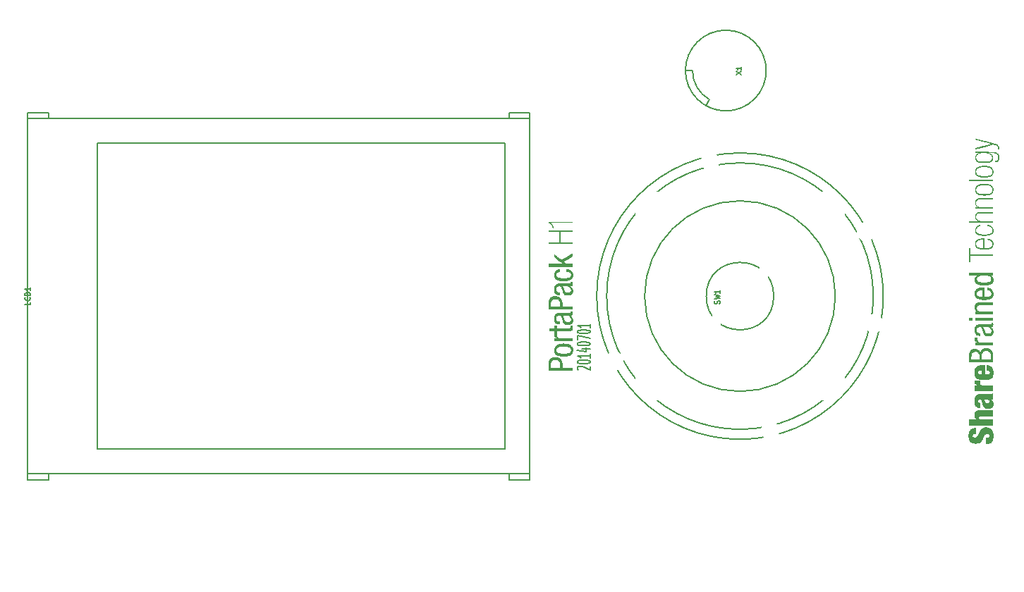
<source format=gto>
%FSLAX34Y34*%
G04 Gerber Fmt 3.4, Leading zero omitted, Abs format*
G04 (created by PCBNEW (2014-03-01 BZR 4730)-product) date Tuesday, July 01, 2014 'PMt' 01:30:20 PM*
%MOIN*%
G01*
G70*
G90*
G04 APERTURE LIST*
%ADD10C,0.006000*%
%ADD11C,0.003937*%
%ADD12C,0.005906*%
%ADD13C,0.226472*%
%ADD14C,0.029622*%
%ADD15C,0.061118*%
%ADD16C,0.068992*%
%ADD17C,0.088677*%
%ADD18C,0.163480*%
%ADD19C,0.072929*%
G04 APERTURE END LIST*
G54D10*
X50437Y-57621D02*
X50408Y-57606D01*
X50380Y-57578D01*
X50380Y-57506D01*
X50408Y-57478D01*
X50437Y-57464D01*
X50494Y-57449D01*
X50551Y-57449D01*
X50637Y-57464D01*
X50980Y-57635D01*
X50980Y-57449D01*
X50380Y-57264D02*
X50380Y-57235D01*
X50408Y-57206D01*
X50437Y-57192D01*
X50494Y-57178D01*
X50608Y-57164D01*
X50751Y-57164D01*
X50865Y-57178D01*
X50922Y-57192D01*
X50951Y-57206D01*
X50980Y-57235D01*
X50980Y-57264D01*
X50951Y-57292D01*
X50922Y-57306D01*
X50865Y-57321D01*
X50751Y-57335D01*
X50608Y-57335D01*
X50494Y-57321D01*
X50437Y-57306D01*
X50408Y-57292D01*
X50380Y-57264D01*
X50980Y-56878D02*
X50980Y-57049D01*
X50980Y-56964D02*
X50380Y-56964D01*
X50465Y-56992D01*
X50522Y-57021D01*
X50551Y-57049D01*
X50580Y-56621D02*
X50980Y-56621D01*
X50351Y-56692D02*
X50780Y-56764D01*
X50780Y-56578D01*
X50380Y-56406D02*
X50380Y-56378D01*
X50408Y-56349D01*
X50437Y-56335D01*
X50494Y-56321D01*
X50608Y-56306D01*
X50751Y-56306D01*
X50865Y-56321D01*
X50922Y-56335D01*
X50951Y-56349D01*
X50980Y-56378D01*
X50980Y-56406D01*
X50951Y-56435D01*
X50922Y-56449D01*
X50865Y-56464D01*
X50751Y-56478D01*
X50608Y-56478D01*
X50494Y-56464D01*
X50437Y-56449D01*
X50408Y-56435D01*
X50380Y-56406D01*
X50380Y-56206D02*
X50380Y-56006D01*
X50980Y-56135D01*
X50380Y-55835D02*
X50380Y-55806D01*
X50408Y-55778D01*
X50437Y-55764D01*
X50494Y-55749D01*
X50608Y-55735D01*
X50751Y-55735D01*
X50865Y-55749D01*
X50922Y-55764D01*
X50951Y-55778D01*
X50980Y-55806D01*
X50980Y-55835D01*
X50951Y-55864D01*
X50922Y-55878D01*
X50865Y-55892D01*
X50751Y-55906D01*
X50608Y-55906D01*
X50494Y-55892D01*
X50437Y-55878D01*
X50408Y-55864D01*
X50380Y-55835D01*
X50980Y-55449D02*
X50980Y-55621D01*
X50980Y-55535D02*
X50380Y-55535D01*
X50465Y-55564D01*
X50522Y-55592D01*
X50551Y-55621D01*
X24409Y-45724D02*
X24409Y-45448D01*
X24409Y-45448D02*
X25393Y-45448D01*
X25393Y-45448D02*
X25393Y-45724D01*
X24409Y-62543D02*
X24409Y-62818D01*
X24409Y-62818D02*
X25393Y-62818D01*
X25393Y-62818D02*
X25393Y-62543D01*
X48133Y-62543D02*
X48133Y-62818D01*
X48133Y-62818D02*
X47149Y-62818D01*
X47149Y-62818D02*
X47149Y-62543D01*
X48133Y-45724D02*
X48133Y-45448D01*
X48133Y-45448D02*
X47149Y-45448D01*
X47149Y-45448D02*
X47149Y-45724D01*
X46972Y-46905D02*
X46972Y-61362D01*
X46972Y-61362D02*
X27696Y-61362D01*
X27696Y-61362D02*
X27696Y-46905D01*
X27696Y-46905D02*
X46972Y-46905D01*
X24409Y-62543D02*
X24409Y-45724D01*
X24409Y-45724D02*
X48133Y-45724D01*
X48133Y-45724D02*
X48133Y-62543D01*
X48133Y-62543D02*
X24409Y-62543D01*
X56614Y-44828D02*
X56446Y-45118D01*
X55826Y-43464D02*
X55492Y-43464D01*
X55826Y-43464D02*
G75*
G03X56614Y-44828I1574J0D01*
G74*
G01*
X59311Y-43464D02*
G75*
G03X59311Y-43464I-1909J0D01*
G74*
G01*
G54D11*
G36*
X69200Y-47310D02*
X69637Y-47311D01*
X69701Y-47311D01*
X69758Y-47311D01*
X69809Y-47311D01*
X69855Y-47312D01*
X69895Y-47312D01*
X69931Y-47312D01*
X69962Y-47312D01*
X69989Y-47312D01*
X70012Y-47313D01*
X70031Y-47313D01*
X70048Y-47313D01*
X70061Y-47314D01*
X70072Y-47314D01*
X70082Y-47315D01*
X70089Y-47316D01*
X70095Y-47316D01*
X70100Y-47317D01*
X70103Y-47318D01*
X70150Y-47329D01*
X70190Y-47343D01*
X70225Y-47360D01*
X70255Y-47381D01*
X70279Y-47405D01*
X70299Y-47433D01*
X70313Y-47465D01*
X70323Y-47501D01*
X70326Y-47519D01*
X70328Y-47535D01*
X70329Y-47554D01*
X70329Y-47575D01*
X70329Y-47596D01*
X70328Y-47616D01*
X70327Y-47631D01*
X70326Y-47634D01*
X70319Y-47663D01*
X70309Y-47691D01*
X70295Y-47717D01*
X70279Y-47740D01*
X70271Y-47749D01*
X70249Y-47766D01*
X70222Y-47782D01*
X70193Y-47794D01*
X70161Y-47802D01*
X70144Y-47805D01*
X70123Y-47807D01*
X70123Y-47776D01*
X70123Y-47744D01*
X70147Y-47742D01*
X70175Y-47737D01*
X70201Y-47726D01*
X70224Y-47709D01*
X70243Y-47688D01*
X70256Y-47667D01*
X70264Y-47650D01*
X70269Y-47634D01*
X70272Y-47616D01*
X70274Y-47595D01*
X70274Y-47569D01*
X70274Y-47567D01*
X70274Y-47547D01*
X70273Y-47532D01*
X70272Y-47520D01*
X70270Y-47509D01*
X70266Y-47498D01*
X70265Y-47494D01*
X70253Y-47465D01*
X70237Y-47441D01*
X70215Y-47420D01*
X70189Y-47403D01*
X70158Y-47390D01*
X70121Y-47380D01*
X70121Y-47380D01*
X70111Y-47378D01*
X70101Y-47376D01*
X70090Y-47375D01*
X70078Y-47374D01*
X70062Y-47373D01*
X70043Y-47372D01*
X70020Y-47372D01*
X69991Y-47371D01*
X69977Y-47371D01*
X69944Y-47370D01*
X69918Y-47370D01*
X69897Y-47370D01*
X69882Y-47371D01*
X69873Y-47372D01*
X69872Y-47372D01*
X69611Y-47372D01*
X69577Y-47372D01*
X69544Y-47373D01*
X69513Y-47374D01*
X69487Y-47376D01*
X69476Y-47378D01*
X69427Y-47386D01*
X69383Y-47397D01*
X69345Y-47411D01*
X69313Y-47428D01*
X69287Y-47447D01*
X69266Y-47470D01*
X69251Y-47495D01*
X69241Y-47523D01*
X69237Y-47555D01*
X69237Y-47569D01*
X69239Y-47604D01*
X69246Y-47635D01*
X69259Y-47663D01*
X69276Y-47687D01*
X69290Y-47701D01*
X69313Y-47720D01*
X69341Y-47735D01*
X69374Y-47749D01*
X69411Y-47759D01*
X69454Y-47767D01*
X69503Y-47773D01*
X69552Y-47776D01*
X69612Y-47778D01*
X69670Y-47777D01*
X69723Y-47773D01*
X69772Y-47766D01*
X69816Y-47757D01*
X69855Y-47745D01*
X69889Y-47731D01*
X69917Y-47714D01*
X69929Y-47705D01*
X69948Y-47684D01*
X69963Y-47659D01*
X69974Y-47631D01*
X69980Y-47600D01*
X69981Y-47568D01*
X69977Y-47537D01*
X69975Y-47525D01*
X69963Y-47497D01*
X69946Y-47471D01*
X69923Y-47448D01*
X69895Y-47427D01*
X69863Y-47410D01*
X69853Y-47407D01*
X69831Y-47399D01*
X69804Y-47392D01*
X69774Y-47385D01*
X69743Y-47380D01*
X69730Y-47378D01*
X69706Y-47375D01*
X69677Y-47373D01*
X69645Y-47372D01*
X69611Y-47372D01*
X69872Y-47372D01*
X69868Y-47373D01*
X69867Y-47374D01*
X69871Y-47376D01*
X69878Y-47379D01*
X69880Y-47379D01*
X69888Y-47383D01*
X69901Y-47388D01*
X69915Y-47395D01*
X69923Y-47398D01*
X69953Y-47417D01*
X69979Y-47441D01*
X70001Y-47470D01*
X70013Y-47491D01*
X70026Y-47524D01*
X70034Y-47559D01*
X70036Y-47594D01*
X70034Y-47629D01*
X70026Y-47663D01*
X70013Y-47695D01*
X69996Y-47724D01*
X69975Y-47749D01*
X69959Y-47763D01*
X69929Y-47783D01*
X69897Y-47800D01*
X69861Y-47814D01*
X69822Y-47825D01*
X69778Y-47833D01*
X69730Y-47839D01*
X69676Y-47843D01*
X69617Y-47844D01*
X69613Y-47844D01*
X69559Y-47844D01*
X69511Y-47841D01*
X69468Y-47837D01*
X69428Y-47831D01*
X69391Y-47823D01*
X69356Y-47813D01*
X69327Y-47803D01*
X69290Y-47786D01*
X69259Y-47765D01*
X69233Y-47739D01*
X69212Y-47710D01*
X69197Y-47677D01*
X69187Y-47640D01*
X69182Y-47599D01*
X69182Y-47588D01*
X69183Y-47561D01*
X69185Y-47538D01*
X69189Y-47518D01*
X69195Y-47499D01*
X69203Y-47482D01*
X69221Y-47452D01*
X69245Y-47426D01*
X69274Y-47404D01*
X69308Y-47386D01*
X69312Y-47385D01*
X69324Y-47380D01*
X69333Y-47375D01*
X69338Y-47373D01*
X69338Y-47373D01*
X69336Y-47372D01*
X69328Y-47371D01*
X69315Y-47370D01*
X69298Y-47370D01*
X69278Y-47370D01*
X69270Y-47370D01*
X69200Y-47370D01*
X69200Y-47340D01*
X69200Y-47310D01*
X69200Y-47310D01*
X69200Y-47310D01*
G37*
G36*
X69204Y-46677D02*
X69208Y-46677D01*
X69218Y-46680D01*
X69234Y-46684D01*
X69254Y-46689D01*
X69280Y-46696D01*
X69310Y-46704D01*
X69343Y-46713D01*
X69380Y-46723D01*
X69421Y-46734D01*
X69463Y-46745D01*
X69508Y-46757D01*
X69555Y-46770D01*
X69603Y-46783D01*
X69651Y-46796D01*
X69701Y-46809D01*
X69750Y-46823D01*
X69798Y-46836D01*
X69846Y-46849D01*
X69893Y-46862D01*
X69938Y-46874D01*
X69981Y-46886D01*
X70021Y-46897D01*
X70058Y-46907D01*
X70092Y-46916D01*
X70122Y-46925D01*
X70148Y-46932D01*
X70169Y-46938D01*
X70185Y-46942D01*
X70196Y-46945D01*
X70200Y-46947D01*
X70224Y-46958D01*
X70247Y-46971D01*
X70266Y-46986D01*
X70278Y-46998D01*
X70291Y-47015D01*
X70302Y-47036D01*
X70310Y-47058D01*
X70313Y-47069D01*
X70314Y-47081D01*
X70316Y-47095D01*
X70316Y-47112D01*
X70317Y-47129D01*
X70316Y-47146D01*
X70316Y-47161D01*
X70315Y-47173D01*
X70313Y-47180D01*
X70312Y-47182D01*
X70306Y-47183D01*
X70297Y-47183D01*
X70285Y-47183D01*
X70262Y-47182D01*
X70262Y-47133D01*
X70261Y-47109D01*
X70259Y-47090D01*
X70257Y-47074D01*
X70252Y-47062D01*
X70246Y-47051D01*
X70238Y-47040D01*
X70225Y-47029D01*
X70205Y-47017D01*
X70180Y-47005D01*
X70148Y-46993D01*
X70110Y-46981D01*
X70105Y-46980D01*
X70044Y-46962D01*
X69622Y-47086D01*
X69200Y-47209D01*
X69200Y-47175D01*
X69200Y-47142D01*
X69572Y-47037D01*
X69621Y-47023D01*
X69667Y-47010D01*
X69712Y-46998D01*
X69754Y-46986D01*
X69792Y-46975D01*
X69828Y-46965D01*
X69859Y-46956D01*
X69887Y-46948D01*
X69910Y-46941D01*
X69928Y-46936D01*
X69940Y-46932D01*
X69947Y-46930D01*
X69948Y-46930D01*
X69945Y-46929D01*
X69936Y-46926D01*
X69922Y-46922D01*
X69902Y-46917D01*
X69878Y-46911D01*
X69850Y-46903D01*
X69818Y-46895D01*
X69783Y-46886D01*
X69745Y-46877D01*
X69705Y-46867D01*
X69671Y-46858D01*
X69626Y-46847D01*
X69581Y-46836D01*
X69537Y-46825D01*
X69494Y-46814D01*
X69453Y-46804D01*
X69414Y-46795D01*
X69379Y-46786D01*
X69349Y-46778D01*
X69322Y-46772D01*
X69302Y-46767D01*
X69296Y-46765D01*
X69200Y-46742D01*
X69200Y-46709D01*
X69200Y-46692D01*
X69201Y-46682D01*
X69203Y-46677D01*
X69204Y-46677D01*
X69204Y-46677D01*
X69204Y-46677D01*
G37*
G36*
X69989Y-55397D02*
X70006Y-55397D01*
X70021Y-55397D01*
X70031Y-55398D01*
X70037Y-55399D01*
X70038Y-55399D01*
X70039Y-55404D01*
X70040Y-55413D01*
X70042Y-55427D01*
X70044Y-55442D01*
X70044Y-55443D01*
X70046Y-55476D01*
X70045Y-55504D01*
X70040Y-55528D01*
X70033Y-55549D01*
X70031Y-55553D01*
X70024Y-55564D01*
X70017Y-55572D01*
X70007Y-55579D01*
X70003Y-55581D01*
X69989Y-55587D01*
X69973Y-55592D01*
X69960Y-55594D01*
X69949Y-55596D01*
X69940Y-55598D01*
X69936Y-55600D01*
X69936Y-55600D01*
X69939Y-55602D01*
X69945Y-55607D01*
X69694Y-55607D01*
X69573Y-55607D01*
X69582Y-55621D01*
X69590Y-55632D01*
X69596Y-55643D01*
X69603Y-55657D01*
X69609Y-55673D01*
X69617Y-55692D01*
X69626Y-55717D01*
X69632Y-55733D01*
X69639Y-55754D01*
X69646Y-55775D01*
X69653Y-55793D01*
X69659Y-55808D01*
X69663Y-55818D01*
X69663Y-55819D01*
X69678Y-55844D01*
X69697Y-55864D01*
X69721Y-55880D01*
X69749Y-55891D01*
X69780Y-55897D01*
X69814Y-55899D01*
X69835Y-55897D01*
X69866Y-55891D01*
X69892Y-55883D01*
X69913Y-55871D01*
X69929Y-55855D01*
X69937Y-55844D01*
X69945Y-55826D01*
X69950Y-55803D01*
X69952Y-55778D01*
X69951Y-55752D01*
X69946Y-55728D01*
X69943Y-55722D01*
X69930Y-55692D01*
X69910Y-55665D01*
X69886Y-55641D01*
X69869Y-55628D01*
X69860Y-55623D01*
X69852Y-55619D01*
X69844Y-55615D01*
X69835Y-55612D01*
X69824Y-55610D01*
X69811Y-55609D01*
X69794Y-55608D01*
X69774Y-55607D01*
X69749Y-55607D01*
X69719Y-55607D01*
X69694Y-55607D01*
X69945Y-55607D01*
X69946Y-55607D01*
X69952Y-55611D01*
X69974Y-55628D01*
X69995Y-55650D01*
X70015Y-55675D01*
X70032Y-55702D01*
X70044Y-55729D01*
X70044Y-55729D01*
X70049Y-55745D01*
X70053Y-55764D01*
X70057Y-55783D01*
X70059Y-55802D01*
X70059Y-55816D01*
X70059Y-55816D01*
X70059Y-55824D01*
X70058Y-55836D01*
X70056Y-55848D01*
X70051Y-55874D01*
X70044Y-55901D01*
X70034Y-55926D01*
X70024Y-55945D01*
X70003Y-55972D01*
X69977Y-55994D01*
X69946Y-56012D01*
X69911Y-56026D01*
X69873Y-56035D01*
X69831Y-56039D01*
X69792Y-56039D01*
X69749Y-56034D01*
X69710Y-56024D01*
X69676Y-56010D01*
X69646Y-55990D01*
X69620Y-55966D01*
X69599Y-55937D01*
X69582Y-55902D01*
X69579Y-55895D01*
X69576Y-55886D01*
X69571Y-55871D01*
X69565Y-55852D01*
X69558Y-55830D01*
X69551Y-55806D01*
X69543Y-55780D01*
X69541Y-55775D01*
X69531Y-55741D01*
X69522Y-55714D01*
X69515Y-55691D01*
X69508Y-55673D01*
X69502Y-55658D01*
X69496Y-55646D01*
X69490Y-55637D01*
X69484Y-55629D01*
X69480Y-55625D01*
X69470Y-55615D01*
X69458Y-55609D01*
X69444Y-55604D01*
X69426Y-55602D01*
X69415Y-55601D01*
X69380Y-55601D01*
X69351Y-55605D01*
X69325Y-55614D01*
X69304Y-55628D01*
X69294Y-55638D01*
X69282Y-55654D01*
X69273Y-55671D01*
X69268Y-55691D01*
X69265Y-55716D01*
X69264Y-55728D01*
X69264Y-55760D01*
X69268Y-55786D01*
X69276Y-55809D01*
X69289Y-55830D01*
X69299Y-55842D01*
X69318Y-55857D01*
X69341Y-55869D01*
X69367Y-55878D01*
X69395Y-55882D01*
X69409Y-55883D01*
X69418Y-55883D01*
X69425Y-55884D01*
X69430Y-55885D01*
X69433Y-55889D01*
X69435Y-55896D01*
X69436Y-55906D01*
X69436Y-55922D01*
X69436Y-55942D01*
X69436Y-55954D01*
X69436Y-56020D01*
X69426Y-56020D01*
X69419Y-56019D01*
X69406Y-56018D01*
X69392Y-56017D01*
X69384Y-56016D01*
X69340Y-56009D01*
X69301Y-55998D01*
X69267Y-55983D01*
X69238Y-55963D01*
X69214Y-55939D01*
X69194Y-55910D01*
X69179Y-55876D01*
X69167Y-55837D01*
X69160Y-55793D01*
X69160Y-55792D01*
X69156Y-55738D01*
X69158Y-55688D01*
X69165Y-55641D01*
X69178Y-55598D01*
X69188Y-55574D01*
X69202Y-55548D01*
X69217Y-55528D01*
X69236Y-55511D01*
X69258Y-55497D01*
X69284Y-55486D01*
X69303Y-55479D01*
X69328Y-55472D01*
X69626Y-55470D01*
X69678Y-55470D01*
X69723Y-55469D01*
X69762Y-55469D01*
X69796Y-55469D01*
X69825Y-55469D01*
X69849Y-55468D01*
X69870Y-55468D01*
X69886Y-55468D01*
X69899Y-55467D01*
X69910Y-55467D01*
X69917Y-55466D01*
X69923Y-55465D01*
X69927Y-55465D01*
X69930Y-55464D01*
X69932Y-55463D01*
X69934Y-55462D01*
X69934Y-55462D01*
X69941Y-55454D01*
X69947Y-55446D01*
X69949Y-55436D01*
X69949Y-55423D01*
X69947Y-55410D01*
X69945Y-55402D01*
X69944Y-55400D01*
X69946Y-55398D01*
X69950Y-55397D01*
X69958Y-55397D01*
X69971Y-55397D01*
X69989Y-55397D01*
X69989Y-55397D01*
X69989Y-55397D01*
X69989Y-55397D01*
G37*
G36*
X69623Y-53726D02*
X69623Y-53867D01*
X69516Y-53867D01*
X69480Y-53867D01*
X69438Y-53868D01*
X69400Y-53873D01*
X69367Y-53882D01*
X69335Y-53895D01*
X69333Y-53896D01*
X69308Y-53912D01*
X69289Y-53930D01*
X69275Y-53952D01*
X69267Y-53977D01*
X69264Y-54004D01*
X69265Y-54036D01*
X69271Y-54065D01*
X69283Y-54089D01*
X69301Y-54111D01*
X69324Y-54129D01*
X69353Y-54144D01*
X69367Y-54149D01*
X69406Y-54161D01*
X69449Y-54168D01*
X69484Y-54172D01*
X69516Y-54174D01*
X69516Y-54020D01*
X69516Y-53867D01*
X69623Y-53867D01*
X69623Y-53951D01*
X69623Y-54177D01*
X69659Y-54177D01*
X69683Y-54176D01*
X69710Y-54175D01*
X69737Y-54173D01*
X69763Y-54171D01*
X69786Y-54168D01*
X69805Y-54165D01*
X69808Y-54165D01*
X69825Y-54160D01*
X69844Y-54153D01*
X69865Y-54143D01*
X69885Y-54133D01*
X69902Y-54122D01*
X69912Y-54115D01*
X69928Y-54098D01*
X69940Y-54078D01*
X69948Y-54053D01*
X69948Y-54051D01*
X69953Y-54020D01*
X69951Y-53990D01*
X69943Y-53962D01*
X69929Y-53936D01*
X69909Y-53914D01*
X69884Y-53895D01*
X69861Y-53883D01*
X69848Y-53878D01*
X69831Y-53874D01*
X69812Y-53870D01*
X69793Y-53868D01*
X69776Y-53867D01*
X69772Y-53867D01*
X69756Y-53867D01*
X69756Y-53800D01*
X69756Y-53733D01*
X69774Y-53733D01*
X69798Y-53735D01*
X69827Y-53741D01*
X69857Y-53750D01*
X69887Y-53761D01*
X69916Y-53775D01*
X69942Y-53789D01*
X69958Y-53800D01*
X69987Y-53825D01*
X70011Y-53856D01*
X70031Y-53890D01*
X70045Y-53927D01*
X70051Y-53950D01*
X70055Y-53979D01*
X70058Y-54011D01*
X70058Y-54042D01*
X70056Y-54061D01*
X70049Y-54102D01*
X70037Y-54140D01*
X70020Y-54173D01*
X69999Y-54203D01*
X69972Y-54230D01*
X69940Y-54252D01*
X69902Y-54271D01*
X69859Y-54287D01*
X69811Y-54299D01*
X69756Y-54309D01*
X69710Y-54314D01*
X69688Y-54315D01*
X69661Y-54316D01*
X69632Y-54316D01*
X69600Y-54316D01*
X69569Y-54315D01*
X69538Y-54314D01*
X69510Y-54312D01*
X69486Y-54311D01*
X69467Y-54308D01*
X69467Y-54308D01*
X69423Y-54300D01*
X69382Y-54290D01*
X69343Y-54277D01*
X69309Y-54264D01*
X69280Y-54249D01*
X69265Y-54239D01*
X69249Y-54225D01*
X69232Y-54209D01*
X69216Y-54192D01*
X69203Y-54175D01*
X69196Y-54165D01*
X69181Y-54135D01*
X69170Y-54105D01*
X69162Y-54072D01*
X69158Y-54036D01*
X69158Y-54027D01*
X69158Y-53982D01*
X69164Y-53939D01*
X69176Y-53899D01*
X69193Y-53863D01*
X69215Y-53830D01*
X69218Y-53827D01*
X69239Y-53805D01*
X69266Y-53786D01*
X69297Y-53769D01*
X69334Y-53755D01*
X69376Y-53743D01*
X69405Y-53736D01*
X69417Y-53734D01*
X69430Y-53732D01*
X69444Y-53731D01*
X69461Y-53730D01*
X69483Y-53729D01*
X69509Y-53728D01*
X69531Y-53728D01*
X69623Y-53726D01*
X69623Y-53726D01*
X69623Y-53726D01*
G37*
G36*
X70036Y-53030D02*
X70036Y-53095D01*
X70036Y-53158D01*
X69601Y-53158D01*
X69568Y-53159D01*
X69538Y-53160D01*
X69510Y-53161D01*
X69488Y-53164D01*
X69482Y-53164D01*
X69436Y-53173D01*
X69395Y-53185D01*
X69360Y-53199D01*
X69330Y-53217D01*
X69307Y-53237D01*
X69290Y-53260D01*
X69284Y-53271D01*
X69280Y-53280D01*
X69277Y-53289D01*
X69276Y-53298D01*
X69275Y-53309D01*
X69275Y-53325D01*
X69275Y-53330D01*
X69275Y-53347D01*
X69276Y-53360D01*
X69277Y-53369D01*
X69279Y-53377D01*
X69283Y-53386D01*
X69283Y-53387D01*
X69295Y-53406D01*
X69311Y-53423D01*
X69331Y-53438D01*
X69356Y-53450D01*
X69386Y-53461D01*
X69421Y-53470D01*
X69463Y-53478D01*
X69469Y-53479D01*
X69489Y-53481D01*
X69514Y-53483D01*
X69543Y-53484D01*
X69574Y-53485D01*
X69608Y-53485D01*
X69641Y-53485D01*
X69672Y-53484D01*
X69701Y-53483D01*
X69727Y-53481D01*
X69745Y-53479D01*
X69788Y-53472D01*
X69826Y-53463D01*
X69857Y-53452D01*
X69883Y-53439D01*
X69905Y-53423D01*
X69921Y-53405D01*
X69933Y-53385D01*
X69938Y-53371D01*
X69941Y-53353D01*
X69943Y-53332D01*
X69942Y-53310D01*
X69939Y-53290D01*
X69938Y-53285D01*
X69930Y-53261D01*
X69918Y-53240D01*
X69903Y-53222D01*
X69883Y-53206D01*
X69858Y-53193D01*
X69829Y-53182D01*
X69794Y-53173D01*
X69753Y-53166D01*
X69745Y-53164D01*
X69723Y-53162D01*
X69697Y-53160D01*
X69667Y-53159D01*
X69634Y-53158D01*
X69601Y-53158D01*
X70036Y-53158D01*
X70036Y-53160D01*
X69984Y-53160D01*
X69931Y-53160D01*
X69952Y-53170D01*
X69978Y-53186D01*
X70002Y-53207D01*
X70023Y-53233D01*
X70039Y-53261D01*
X70051Y-53291D01*
X70053Y-53298D01*
X70056Y-53317D01*
X70058Y-53340D01*
X70058Y-53363D01*
X70056Y-53382D01*
X70049Y-53421D01*
X70036Y-53458D01*
X70017Y-53491D01*
X69992Y-53520D01*
X69962Y-53546D01*
X69926Y-53568D01*
X69923Y-53570D01*
X69894Y-53583D01*
X69860Y-53595D01*
X69821Y-53605D01*
X69780Y-53614D01*
X69741Y-53620D01*
X69730Y-53621D01*
X69714Y-53622D01*
X69693Y-53623D01*
X69670Y-53624D01*
X69646Y-53625D01*
X69638Y-53625D01*
X69568Y-53626D01*
X69504Y-53622D01*
X69445Y-53615D01*
X69391Y-53605D01*
X69343Y-53592D01*
X69300Y-53575D01*
X69263Y-53555D01*
X69231Y-53531D01*
X69206Y-53505D01*
X69186Y-53475D01*
X69170Y-53441D01*
X69161Y-53406D01*
X69157Y-53369D01*
X69159Y-53332D01*
X69167Y-53296D01*
X69178Y-53268D01*
X69194Y-53239D01*
X69212Y-53214D01*
X69233Y-53194D01*
X69255Y-53179D01*
X69266Y-53173D01*
X69273Y-53170D01*
X69276Y-53166D01*
X69276Y-53166D01*
X69273Y-53166D01*
X69264Y-53165D01*
X69249Y-53165D01*
X69229Y-53164D01*
X69204Y-53164D01*
X69176Y-53164D01*
X69144Y-53163D01*
X69110Y-53163D01*
X69085Y-53163D01*
X68893Y-53163D01*
X68893Y-53097D01*
X68893Y-53030D01*
X69465Y-53030D01*
X70036Y-53030D01*
X70036Y-53030D01*
X70036Y-53030D01*
G37*
G36*
X69613Y-51399D02*
X69613Y-51467D01*
X69560Y-51467D01*
X69530Y-51467D01*
X69488Y-51468D01*
X69447Y-51473D01*
X69408Y-51480D01*
X69372Y-51489D01*
X69340Y-51501D01*
X69312Y-51515D01*
X69289Y-51531D01*
X69282Y-51538D01*
X69264Y-51559D01*
X69250Y-51583D01*
X69242Y-51609D01*
X69237Y-51640D01*
X69236Y-51661D01*
X69239Y-51696D01*
X69246Y-51727D01*
X69258Y-51754D01*
X69275Y-51779D01*
X69290Y-51795D01*
X69314Y-51814D01*
X69344Y-51830D01*
X69378Y-51844D01*
X69416Y-51855D01*
X69456Y-51863D01*
X69499Y-51868D01*
X69502Y-51868D01*
X69517Y-51869D01*
X69532Y-51870D01*
X69543Y-51871D01*
X69547Y-51872D01*
X69560Y-51873D01*
X69560Y-51670D01*
X69560Y-51467D01*
X69613Y-51467D01*
X69613Y-51634D01*
X69613Y-51684D01*
X69613Y-51728D01*
X69614Y-51767D01*
X69614Y-51799D01*
X69614Y-51826D01*
X69615Y-51847D01*
X69615Y-51862D01*
X69616Y-51870D01*
X69616Y-51871D01*
X69621Y-51872D01*
X69631Y-51872D01*
X69645Y-51872D01*
X69663Y-51871D01*
X69683Y-51870D01*
X69704Y-51869D01*
X69725Y-51868D01*
X69745Y-51866D01*
X69763Y-51865D01*
X69778Y-51863D01*
X69781Y-51863D01*
X69815Y-51858D01*
X69845Y-51850D01*
X69875Y-51839D01*
X69900Y-51828D01*
X69930Y-51811D01*
X69954Y-51792D01*
X69973Y-51771D01*
X69987Y-51748D01*
X69996Y-51721D01*
X69997Y-51716D01*
X69999Y-51700D01*
X69999Y-51679D01*
X69999Y-51657D01*
X69996Y-51635D01*
X69993Y-51616D01*
X69990Y-51605D01*
X69982Y-51586D01*
X69971Y-51567D01*
X69957Y-51549D01*
X69944Y-51534D01*
X69939Y-51529D01*
X69917Y-51514D01*
X69891Y-51501D01*
X69862Y-51489D01*
X69830Y-51480D01*
X69799Y-51474D01*
X69793Y-51473D01*
X69763Y-51469D01*
X69763Y-51439D01*
X69763Y-51410D01*
X69777Y-51410D01*
X69802Y-51412D01*
X69830Y-51416D01*
X69860Y-51424D01*
X69889Y-51433D01*
X69906Y-51440D01*
X69928Y-51451D01*
X69950Y-51465D01*
X69971Y-51480D01*
X69990Y-51496D01*
X70000Y-51506D01*
X70014Y-51525D01*
X70028Y-51548D01*
X70039Y-51573D01*
X70047Y-51597D01*
X70048Y-51600D01*
X70052Y-51623D01*
X70054Y-51649D01*
X70055Y-51677D01*
X70054Y-51703D01*
X70053Y-51711D01*
X70045Y-51750D01*
X70033Y-51785D01*
X70015Y-51816D01*
X69992Y-51843D01*
X69963Y-51866D01*
X69932Y-51884D01*
X69900Y-51898D01*
X69862Y-51910D01*
X69818Y-51920D01*
X69769Y-51928D01*
X69740Y-51932D01*
X69714Y-51934D01*
X69684Y-51936D01*
X69651Y-51937D01*
X69617Y-51938D01*
X69583Y-51938D01*
X69550Y-51937D01*
X69520Y-51936D01*
X69494Y-51934D01*
X69479Y-51932D01*
X69424Y-51922D01*
X69375Y-51908D01*
X69331Y-51891D01*
X69293Y-51870D01*
X69261Y-51846D01*
X69234Y-51818D01*
X69212Y-51787D01*
X69196Y-51752D01*
X69189Y-51730D01*
X69186Y-51712D01*
X69183Y-51690D01*
X69182Y-51665D01*
X69182Y-51640D01*
X69183Y-51618D01*
X69186Y-51602D01*
X69191Y-51582D01*
X69199Y-51561D01*
X69208Y-51540D01*
X69217Y-51524D01*
X69217Y-51524D01*
X69239Y-51497D01*
X69268Y-51474D01*
X69301Y-51453D01*
X69341Y-51436D01*
X69386Y-51422D01*
X69437Y-51412D01*
X69493Y-51405D01*
X69554Y-51401D01*
X69613Y-51399D01*
X69613Y-51399D01*
X69613Y-51399D01*
G37*
G36*
X69774Y-50757D02*
X69797Y-50758D01*
X69823Y-50763D01*
X69852Y-50771D01*
X69881Y-50780D01*
X69909Y-50792D01*
X69935Y-50804D01*
X69957Y-50816D01*
X69970Y-50826D01*
X69997Y-50852D01*
X70019Y-50883D01*
X70037Y-50917D01*
X70048Y-50955D01*
X70054Y-50995D01*
X70055Y-51037D01*
X70053Y-51057D01*
X70046Y-51093D01*
X70034Y-51126D01*
X70018Y-51156D01*
X69997Y-51182D01*
X69970Y-51205D01*
X69938Y-51225D01*
X69901Y-51243D01*
X69858Y-51257D01*
X69810Y-51268D01*
X69756Y-51277D01*
X69695Y-51283D01*
X69684Y-51283D01*
X69628Y-51286D01*
X69572Y-51285D01*
X69518Y-51281D01*
X69466Y-51275D01*
X69418Y-51265D01*
X69374Y-51254D01*
X69345Y-51243D01*
X69305Y-51225D01*
X69271Y-51202D01*
X69242Y-51175D01*
X69219Y-51145D01*
X69201Y-51112D01*
X69189Y-51075D01*
X69186Y-51063D01*
X69184Y-51044D01*
X69182Y-51022D01*
X69182Y-50998D01*
X69183Y-50975D01*
X69185Y-50955D01*
X69188Y-50943D01*
X69198Y-50912D01*
X69213Y-50882D01*
X69232Y-50855D01*
X69254Y-50831D01*
X69277Y-50813D01*
X69302Y-50799D01*
X69332Y-50786D01*
X69363Y-50775D01*
X69395Y-50767D01*
X69424Y-50762D01*
X69440Y-50761D01*
X69439Y-50794D01*
X69438Y-50828D01*
X69425Y-50829D01*
X69408Y-50831D01*
X69388Y-50835D01*
X69369Y-50840D01*
X69352Y-50845D01*
X69345Y-50848D01*
X69324Y-50860D01*
X69303Y-50875D01*
X69283Y-50893D01*
X69266Y-50912D01*
X69253Y-50930D01*
X69251Y-50933D01*
X69243Y-50954D01*
X69238Y-50979D01*
X69236Y-51006D01*
X69238Y-51033D01*
X69242Y-51055D01*
X69253Y-51085D01*
X69270Y-51113D01*
X69293Y-51137D01*
X69321Y-51159D01*
X69355Y-51177D01*
X69394Y-51191D01*
X69394Y-51191D01*
X69431Y-51201D01*
X69474Y-51208D01*
X69520Y-51213D01*
X69568Y-51217D01*
X69618Y-51218D01*
X69669Y-51217D01*
X69718Y-51214D01*
X69765Y-51209D01*
X69808Y-51202D01*
X69846Y-51193D01*
X69853Y-51191D01*
X69891Y-51177D01*
X69923Y-51160D01*
X69949Y-51138D01*
X69971Y-51114D01*
X69986Y-51086D01*
X69995Y-51059D01*
X69997Y-51042D01*
X69999Y-51022D01*
X69999Y-51001D01*
X69999Y-50981D01*
X69997Y-50965D01*
X69996Y-50964D01*
X69986Y-50935D01*
X69970Y-50909D01*
X69949Y-50886D01*
X69922Y-50867D01*
X69890Y-50850D01*
X69852Y-50837D01*
X69812Y-50828D01*
X69797Y-50826D01*
X69784Y-50824D01*
X69775Y-50823D01*
X69773Y-50823D01*
X69763Y-50823D01*
X69763Y-50790D01*
X69763Y-50757D01*
X69774Y-50757D01*
X69774Y-50757D01*
X69774Y-50757D01*
G37*
G36*
X69631Y-48821D02*
X69660Y-48822D01*
X69687Y-48822D01*
X69712Y-48823D01*
X69732Y-48824D01*
X69747Y-48826D01*
X69748Y-48826D01*
X69802Y-48835D01*
X69850Y-48847D01*
X69892Y-48861D01*
X69929Y-48877D01*
X69945Y-48887D01*
X69624Y-48887D01*
X69586Y-48888D01*
X69529Y-48890D01*
X69478Y-48895D01*
X69432Y-48903D01*
X69392Y-48912D01*
X69357Y-48924D01*
X69326Y-48939D01*
X69300Y-48956D01*
X69283Y-48971D01*
X69264Y-48995D01*
X69250Y-49021D01*
X69241Y-49051D01*
X69237Y-49085D01*
X69236Y-49098D01*
X69239Y-49133D01*
X69246Y-49164D01*
X69257Y-49192D01*
X69274Y-49217D01*
X69295Y-49239D01*
X69322Y-49257D01*
X69355Y-49273D01*
X69392Y-49286D01*
X69436Y-49296D01*
X69485Y-49304D01*
X69541Y-49309D01*
X69561Y-49310D01*
X69594Y-49311D01*
X69629Y-49311D01*
X69666Y-49310D01*
X69701Y-49308D01*
X69734Y-49306D01*
X69763Y-49303D01*
X69773Y-49301D01*
X69820Y-49292D01*
X69862Y-49280D01*
X69898Y-49265D01*
X69928Y-49248D01*
X69953Y-49227D01*
X69972Y-49203D01*
X69987Y-49176D01*
X69994Y-49153D01*
X69997Y-49138D01*
X69999Y-49119D01*
X69999Y-49098D01*
X69999Y-49077D01*
X69997Y-49059D01*
X69996Y-49053D01*
X69993Y-49041D01*
X69988Y-49026D01*
X69982Y-49011D01*
X69981Y-49011D01*
X69965Y-48985D01*
X69943Y-48962D01*
X69914Y-48942D01*
X69880Y-48925D01*
X69840Y-48911D01*
X69795Y-48901D01*
X69744Y-48893D01*
X69687Y-48888D01*
X69624Y-48887D01*
X69945Y-48887D01*
X69960Y-48897D01*
X69987Y-48919D01*
X70008Y-48944D01*
X70025Y-48972D01*
X70036Y-48995D01*
X70044Y-49019D01*
X70050Y-49044D01*
X70053Y-49068D01*
X70055Y-49085D01*
X70056Y-49098D01*
X70056Y-49110D01*
X70055Y-49123D01*
X70053Y-49140D01*
X70053Y-49143D01*
X70045Y-49182D01*
X70032Y-49218D01*
X70013Y-49252D01*
X70006Y-49262D01*
X69986Y-49284D01*
X69960Y-49304D01*
X69928Y-49322D01*
X69891Y-49338D01*
X69850Y-49351D01*
X69805Y-49362D01*
X69756Y-49371D01*
X69704Y-49376D01*
X69649Y-49379D01*
X69591Y-49379D01*
X69555Y-49377D01*
X69502Y-49373D01*
X69454Y-49367D01*
X69411Y-49358D01*
X69373Y-49348D01*
X69337Y-49335D01*
X69312Y-49323D01*
X69283Y-49307D01*
X69259Y-49288D01*
X69238Y-49268D01*
X69220Y-49242D01*
X69214Y-49234D01*
X69200Y-49204D01*
X69189Y-49169D01*
X69183Y-49133D01*
X69181Y-49095D01*
X69184Y-49056D01*
X69191Y-49019D01*
X69202Y-48984D01*
X69212Y-48962D01*
X69222Y-48948D01*
X69235Y-48931D01*
X69252Y-48915D01*
X69269Y-48900D01*
X69286Y-48887D01*
X69293Y-48883D01*
X69324Y-48868D01*
X69361Y-48854D01*
X69402Y-48842D01*
X69447Y-48832D01*
X69486Y-48826D01*
X69501Y-48824D01*
X69521Y-48823D01*
X69545Y-48822D01*
X69572Y-48822D01*
X69601Y-48822D01*
X69631Y-48821D01*
X69631Y-48821D01*
X69631Y-48821D01*
G37*
G36*
X69631Y-47968D02*
X69660Y-47968D01*
X69687Y-47969D01*
X69712Y-47970D01*
X69732Y-47971D01*
X69747Y-47972D01*
X69748Y-47972D01*
X69802Y-47982D01*
X69850Y-47993D01*
X69892Y-48007D01*
X69929Y-48024D01*
X69945Y-48034D01*
X69624Y-48034D01*
X69586Y-48034D01*
X69529Y-48037D01*
X69478Y-48042D01*
X69432Y-48049D01*
X69392Y-48059D01*
X69357Y-48071D01*
X69326Y-48085D01*
X69300Y-48103D01*
X69283Y-48118D01*
X69264Y-48141D01*
X69250Y-48168D01*
X69241Y-48198D01*
X69237Y-48232D01*
X69236Y-48245D01*
X69239Y-48280D01*
X69246Y-48311D01*
X69257Y-48339D01*
X69274Y-48364D01*
X69295Y-48385D01*
X69322Y-48404D01*
X69355Y-48420D01*
X69392Y-48433D01*
X69436Y-48443D01*
X69485Y-48450D01*
X69541Y-48455D01*
X69561Y-48456D01*
X69594Y-48457D01*
X69629Y-48458D01*
X69666Y-48457D01*
X69701Y-48455D01*
X69734Y-48453D01*
X69763Y-48450D01*
X69773Y-48448D01*
X69820Y-48439D01*
X69862Y-48427D01*
X69898Y-48412D01*
X69928Y-48394D01*
X69953Y-48374D01*
X69972Y-48350D01*
X69987Y-48323D01*
X69994Y-48300D01*
X69997Y-48285D01*
X69999Y-48266D01*
X69999Y-48245D01*
X69999Y-48224D01*
X69997Y-48205D01*
X69996Y-48199D01*
X69993Y-48187D01*
X69988Y-48172D01*
X69982Y-48158D01*
X69981Y-48158D01*
X69965Y-48132D01*
X69943Y-48109D01*
X69914Y-48089D01*
X69880Y-48072D01*
X69840Y-48058D01*
X69795Y-48047D01*
X69744Y-48040D01*
X69687Y-48035D01*
X69624Y-48034D01*
X69945Y-48034D01*
X69960Y-48043D01*
X69987Y-48066D01*
X70008Y-48091D01*
X70025Y-48119D01*
X70036Y-48142D01*
X70044Y-48165D01*
X70050Y-48191D01*
X70053Y-48215D01*
X70055Y-48232D01*
X70056Y-48245D01*
X70056Y-48257D01*
X70055Y-48270D01*
X70053Y-48287D01*
X70053Y-48290D01*
X70045Y-48329D01*
X70032Y-48365D01*
X70013Y-48399D01*
X70006Y-48409D01*
X69986Y-48431D01*
X69960Y-48451D01*
X69928Y-48469D01*
X69891Y-48485D01*
X69850Y-48498D01*
X69805Y-48509D01*
X69756Y-48517D01*
X69704Y-48523D01*
X69649Y-48526D01*
X69591Y-48525D01*
X69555Y-48524D01*
X69502Y-48519D01*
X69454Y-48513D01*
X69411Y-48505D01*
X69373Y-48494D01*
X69337Y-48481D01*
X69312Y-48470D01*
X69283Y-48453D01*
X69259Y-48435D01*
X69238Y-48414D01*
X69220Y-48389D01*
X69214Y-48381D01*
X69200Y-48350D01*
X69189Y-48316D01*
X69183Y-48279D01*
X69181Y-48241D01*
X69184Y-48203D01*
X69191Y-48166D01*
X69202Y-48131D01*
X69212Y-48109D01*
X69222Y-48094D01*
X69235Y-48078D01*
X69252Y-48061D01*
X69269Y-48046D01*
X69286Y-48034D01*
X69293Y-48029D01*
X69324Y-48014D01*
X69361Y-48001D01*
X69402Y-47989D01*
X69447Y-47979D01*
X69486Y-47973D01*
X69501Y-47971D01*
X69521Y-47970D01*
X69545Y-47969D01*
X69572Y-47968D01*
X69601Y-47968D01*
X69631Y-47968D01*
X69631Y-47968D01*
X69631Y-47968D01*
G37*
G36*
X69715Y-60341D02*
X69745Y-60342D01*
X69773Y-60344D01*
X69798Y-60347D01*
X69811Y-60350D01*
X69854Y-60362D01*
X69892Y-60379D01*
X69927Y-60401D01*
X69957Y-60428D01*
X69983Y-60459D01*
X70004Y-60496D01*
X70022Y-60538D01*
X70037Y-60585D01*
X70045Y-60623D01*
X70047Y-60638D01*
X70049Y-60659D01*
X70050Y-60683D01*
X70051Y-60711D01*
X70052Y-60739D01*
X70052Y-60767D01*
X70052Y-60794D01*
X70051Y-60817D01*
X70050Y-60837D01*
X70049Y-60842D01*
X70043Y-60885D01*
X70034Y-60925D01*
X70021Y-60962D01*
X70007Y-60995D01*
X69997Y-61012D01*
X69976Y-61039D01*
X69950Y-61063D01*
X69922Y-61084D01*
X69891Y-61100D01*
X69883Y-61103D01*
X69863Y-61111D01*
X69843Y-61116D01*
X69824Y-61120D01*
X69803Y-61123D01*
X69779Y-61125D01*
X69756Y-61126D01*
X69696Y-61127D01*
X69696Y-60984D01*
X69696Y-60840D01*
X69726Y-60840D01*
X69753Y-60838D01*
X69778Y-60834D01*
X69800Y-60828D01*
X69815Y-60822D01*
X69831Y-60808D01*
X69844Y-60790D01*
X69853Y-60769D01*
X69856Y-60747D01*
X69855Y-60723D01*
X69851Y-60709D01*
X69841Y-60689D01*
X69826Y-60672D01*
X69805Y-60660D01*
X69781Y-60651D01*
X69759Y-60648D01*
X69729Y-60648D01*
X69703Y-60653D01*
X69680Y-60664D01*
X69659Y-60681D01*
X69659Y-60681D01*
X69649Y-60692D01*
X69640Y-60703D01*
X69631Y-60716D01*
X69622Y-60730D01*
X69613Y-60747D01*
X69603Y-60768D01*
X69591Y-60793D01*
X69578Y-60823D01*
X69566Y-60853D01*
X69549Y-60892D01*
X69533Y-60925D01*
X69518Y-60954D01*
X69502Y-60978D01*
X69485Y-61001D01*
X69467Y-61021D01*
X69452Y-61035D01*
X69422Y-61060D01*
X69391Y-61079D01*
X69357Y-61094D01*
X69320Y-61104D01*
X69279Y-61110D01*
X69233Y-61112D01*
X69208Y-61112D01*
X69161Y-61109D01*
X69119Y-61102D01*
X69081Y-61092D01*
X69047Y-61079D01*
X69015Y-61061D01*
X68991Y-61045D01*
X68962Y-61019D01*
X68937Y-60988D01*
X68916Y-60953D01*
X68898Y-60913D01*
X68885Y-60868D01*
X68879Y-60842D01*
X68877Y-60827D01*
X68876Y-60808D01*
X68875Y-60784D01*
X68875Y-60758D01*
X68875Y-60730D01*
X68875Y-60703D01*
X68876Y-60677D01*
X68877Y-60654D01*
X68879Y-60634D01*
X68881Y-60622D01*
X68892Y-60575D01*
X68907Y-60535D01*
X68925Y-60499D01*
X68946Y-60469D01*
X68972Y-60443D01*
X69001Y-60421D01*
X69035Y-60403D01*
X69040Y-60401D01*
X69067Y-60391D01*
X69099Y-60383D01*
X69134Y-60376D01*
X69168Y-60372D01*
X69200Y-60370D01*
X69204Y-60370D01*
X69223Y-60370D01*
X69223Y-60508D01*
X69223Y-60646D01*
X69192Y-60648D01*
X69159Y-60652D01*
X69132Y-60659D01*
X69111Y-60668D01*
X69095Y-60681D01*
X69083Y-60696D01*
X69076Y-60715D01*
X69076Y-60717D01*
X69074Y-60741D01*
X69078Y-60763D01*
X69087Y-60782D01*
X69101Y-60799D01*
X69119Y-60811D01*
X69140Y-60820D01*
X69165Y-60825D01*
X69191Y-60824D01*
X69195Y-60823D01*
X69221Y-60817D01*
X69243Y-60805D01*
X69263Y-60788D01*
X69264Y-60787D01*
X69274Y-60775D01*
X69284Y-60763D01*
X69293Y-60749D01*
X69303Y-60732D01*
X69313Y-60713D01*
X69323Y-60690D01*
X69336Y-60662D01*
X69349Y-60629D01*
X69353Y-60621D01*
X69369Y-60582D01*
X69384Y-60549D01*
X69398Y-60521D01*
X69413Y-60496D01*
X69427Y-60475D01*
X69443Y-60455D01*
X69460Y-60436D01*
X69463Y-60433D01*
X69494Y-60404D01*
X69527Y-60382D01*
X69562Y-60365D01*
X69601Y-60352D01*
X69636Y-60344D01*
X69659Y-60342D01*
X69686Y-60341D01*
X69715Y-60341D01*
X69715Y-60341D01*
X69715Y-60341D01*
G37*
G36*
X70036Y-58734D02*
X70036Y-58874D01*
X70036Y-59013D01*
X70014Y-59018D01*
X69998Y-59021D01*
X69981Y-59024D01*
X69970Y-59025D01*
X69955Y-59027D01*
X69946Y-59029D01*
X69945Y-59030D01*
X69689Y-59030D01*
X69666Y-59030D01*
X69649Y-59030D01*
X69636Y-59030D01*
X69628Y-59031D01*
X69624Y-59032D01*
X69622Y-59033D01*
X69623Y-59035D01*
X69624Y-59036D01*
X69633Y-59050D01*
X69640Y-59071D01*
X69643Y-59082D01*
X69648Y-59101D01*
X69656Y-59121D01*
X69665Y-59140D01*
X69674Y-59154D01*
X69688Y-59167D01*
X69706Y-59177D01*
X69728Y-59185D01*
X69753Y-59189D01*
X69777Y-59189D01*
X69791Y-59187D01*
X69817Y-59181D01*
X69837Y-59171D01*
X69852Y-59157D01*
X69861Y-59140D01*
X69864Y-59120D01*
X69862Y-59097D01*
X69859Y-59087D01*
X69855Y-59077D01*
X69848Y-59067D01*
X69846Y-59064D01*
X69836Y-59055D01*
X69824Y-59047D01*
X69809Y-59041D01*
X69792Y-59036D01*
X69770Y-59033D01*
X69744Y-59031D01*
X69712Y-59030D01*
X69689Y-59030D01*
X69945Y-59030D01*
X69943Y-59032D01*
X69945Y-59035D01*
X69954Y-59040D01*
X69956Y-59041D01*
X69973Y-59052D01*
X69991Y-59067D01*
X70007Y-59084D01*
X70020Y-59100D01*
X70022Y-59104D01*
X70028Y-59116D01*
X70035Y-59131D01*
X70041Y-59147D01*
X70042Y-59148D01*
X70046Y-59160D01*
X70048Y-59171D01*
X70050Y-59182D01*
X70051Y-59196D01*
X70052Y-59214D01*
X70052Y-59223D01*
X70052Y-59256D01*
X70050Y-59283D01*
X70048Y-59297D01*
X70039Y-59333D01*
X70025Y-59365D01*
X70007Y-59392D01*
X69984Y-59415D01*
X69970Y-59425D01*
X69945Y-59440D01*
X69917Y-59451D01*
X69887Y-59459D01*
X69854Y-59464D01*
X69816Y-59466D01*
X69786Y-59466D01*
X69748Y-59463D01*
X69715Y-59459D01*
X69687Y-59452D01*
X69662Y-59442D01*
X69639Y-59428D01*
X69618Y-59412D01*
X69614Y-59408D01*
X69598Y-59392D01*
X69584Y-59373D01*
X69571Y-59352D01*
X69559Y-59328D01*
X69548Y-59300D01*
X69537Y-59266D01*
X69527Y-59228D01*
X69521Y-59203D01*
X69512Y-59168D01*
X69505Y-59139D01*
X69498Y-59115D01*
X69492Y-59096D01*
X69487Y-59081D01*
X69481Y-59069D01*
X69475Y-59059D01*
X69469Y-59052D01*
X69462Y-59046D01*
X69454Y-59041D01*
X69446Y-59037D01*
X69439Y-59034D01*
X69430Y-59032D01*
X69419Y-59032D01*
X69405Y-59032D01*
X69389Y-59032D01*
X69377Y-59033D01*
X69369Y-59034D01*
X69362Y-59037D01*
X69357Y-59040D01*
X69342Y-59052D01*
X69331Y-59068D01*
X69326Y-59089D01*
X69326Y-59103D01*
X69328Y-59126D01*
X69334Y-59144D01*
X69344Y-59159D01*
X69359Y-59169D01*
X69379Y-59177D01*
X69405Y-59181D01*
X69414Y-59182D01*
X69440Y-59184D01*
X69440Y-59309D01*
X69440Y-59433D01*
X69421Y-59433D01*
X69392Y-59431D01*
X69362Y-59426D01*
X69332Y-59418D01*
X69305Y-59407D01*
X69281Y-59395D01*
X69277Y-59393D01*
X69248Y-59371D01*
X69224Y-59347D01*
X69204Y-59321D01*
X69187Y-59291D01*
X69187Y-59291D01*
X69177Y-59269D01*
X69169Y-59248D01*
X69162Y-59226D01*
X69158Y-59203D01*
X69154Y-59178D01*
X69153Y-59149D01*
X69152Y-59114D01*
X69152Y-59090D01*
X69152Y-59057D01*
X69153Y-59029D01*
X69154Y-59005D01*
X69157Y-58983D01*
X69161Y-58964D01*
X69165Y-58944D01*
X69170Y-58927D01*
X69185Y-58890D01*
X69204Y-58857D01*
X69228Y-58828D01*
X69256Y-58805D01*
X69288Y-58786D01*
X69323Y-58773D01*
X69333Y-58771D01*
X69342Y-58769D01*
X69352Y-58767D01*
X69363Y-58765D01*
X69375Y-58764D01*
X69390Y-58763D01*
X69407Y-58762D01*
X69426Y-58761D01*
X69450Y-58761D01*
X69477Y-58760D01*
X69509Y-58760D01*
X69546Y-58760D01*
X69588Y-58760D01*
X69636Y-58760D01*
X69655Y-58760D01*
X69708Y-58760D01*
X69754Y-58760D01*
X69796Y-58760D01*
X69831Y-58759D01*
X69862Y-58759D01*
X69889Y-58758D01*
X69912Y-58757D01*
X69931Y-58756D01*
X69948Y-58755D01*
X69962Y-58754D01*
X69974Y-58752D01*
X69985Y-58750D01*
X69995Y-58748D01*
X70004Y-58745D01*
X70009Y-58744D01*
X70036Y-58734D01*
X70036Y-58734D01*
X70036Y-58734D01*
G37*
G36*
X69653Y-57396D02*
X69653Y-57610D01*
X69653Y-57664D01*
X69487Y-57664D01*
X69476Y-57664D01*
X69462Y-57665D01*
X69445Y-57666D01*
X69439Y-57666D01*
X69410Y-57669D01*
X69386Y-57672D01*
X69367Y-57678D01*
X69353Y-57685D01*
X69342Y-57694D01*
X69334Y-57705D01*
X69332Y-57709D01*
X69327Y-57726D01*
X69326Y-57745D01*
X69327Y-57763D01*
X69331Y-57777D01*
X69338Y-57790D01*
X69349Y-57801D01*
X69363Y-57809D01*
X69382Y-57815D01*
X69406Y-57819D01*
X69436Y-57822D01*
X69447Y-57822D01*
X69496Y-57824D01*
X69496Y-57745D01*
X69496Y-57720D01*
X69496Y-57700D01*
X69496Y-57686D01*
X69495Y-57675D01*
X69494Y-57669D01*
X69493Y-57666D01*
X69492Y-57664D01*
X69487Y-57664D01*
X69653Y-57664D01*
X69653Y-57824D01*
X69734Y-57822D01*
X69760Y-57822D01*
X69783Y-57821D01*
X69802Y-57820D01*
X69817Y-57819D01*
X69826Y-57817D01*
X69827Y-57817D01*
X69847Y-57807D01*
X69864Y-57793D01*
X69875Y-57776D01*
X69881Y-57757D01*
X69881Y-57735D01*
X69880Y-57731D01*
X69874Y-57712D01*
X69864Y-57697D01*
X69850Y-57685D01*
X69831Y-57676D01*
X69807Y-57669D01*
X69777Y-57665D01*
X69766Y-57664D01*
X69733Y-57662D01*
X69733Y-57533D01*
X69733Y-57403D01*
X69757Y-57405D01*
X69808Y-57411D01*
X69854Y-57421D01*
X69894Y-57435D01*
X69929Y-57453D01*
X69960Y-57474D01*
X69986Y-57500D01*
X70007Y-57530D01*
X70019Y-57552D01*
X70027Y-57573D01*
X70035Y-57599D01*
X70043Y-57627D01*
X70048Y-57655D01*
X70050Y-57670D01*
X70051Y-57687D01*
X70052Y-57709D01*
X70052Y-57733D01*
X70052Y-57760D01*
X70052Y-57785D01*
X70051Y-57808D01*
X70050Y-57826D01*
X70049Y-57829D01*
X70042Y-57876D01*
X70030Y-57918D01*
X70014Y-57955D01*
X69994Y-57987D01*
X69969Y-58016D01*
X69940Y-58041D01*
X69933Y-58045D01*
X69918Y-58055D01*
X69902Y-58063D01*
X69885Y-58071D01*
X69864Y-58078D01*
X69860Y-58079D01*
X69826Y-58090D01*
X69788Y-58097D01*
X69746Y-58103D01*
X69699Y-58107D01*
X69647Y-58109D01*
X69590Y-58109D01*
X69576Y-58109D01*
X69540Y-58108D01*
X69509Y-58107D01*
X69483Y-58105D01*
X69459Y-58102D01*
X69437Y-58099D01*
X69414Y-58094D01*
X69390Y-58089D01*
X69388Y-58088D01*
X69341Y-58074D01*
X69301Y-58056D01*
X69265Y-58033D01*
X69234Y-58007D01*
X69208Y-57975D01*
X69187Y-57939D01*
X69170Y-57899D01*
X69158Y-57854D01*
X69158Y-57853D01*
X69155Y-57835D01*
X69153Y-57811D01*
X69151Y-57784D01*
X69151Y-57756D01*
X69150Y-57727D01*
X69151Y-57700D01*
X69153Y-57676D01*
X69154Y-57661D01*
X69163Y-57616D01*
X69176Y-57576D01*
X69193Y-57541D01*
X69214Y-57510D01*
X69240Y-57484D01*
X69270Y-57461D01*
X69301Y-57443D01*
X69326Y-57432D01*
X69351Y-57423D01*
X69377Y-57415D01*
X69405Y-57409D01*
X69437Y-57405D01*
X69472Y-57401D01*
X69512Y-57399D01*
X69558Y-57397D01*
X69559Y-57397D01*
X69653Y-57396D01*
X69653Y-57396D01*
X69653Y-57396D01*
G37*
G36*
X70036Y-59533D02*
X70036Y-59677D01*
X70036Y-59820D01*
X69741Y-59820D01*
X69681Y-59820D01*
X69626Y-59820D01*
X69579Y-59820D01*
X69537Y-59821D01*
X69502Y-59821D01*
X69473Y-59821D01*
X69451Y-59822D01*
X69435Y-59823D01*
X69426Y-59823D01*
X69425Y-59823D01*
X69402Y-59830D01*
X69384Y-59840D01*
X69372Y-59853D01*
X69365Y-59871D01*
X69363Y-59890D01*
X69366Y-59912D01*
X69374Y-59930D01*
X69388Y-59944D01*
X69406Y-59953D01*
X69417Y-59956D01*
X69423Y-59957D01*
X69437Y-59958D01*
X69456Y-59958D01*
X69482Y-59959D01*
X69515Y-59959D01*
X69554Y-59959D01*
X69599Y-59960D01*
X69652Y-59960D01*
X69710Y-59960D01*
X69735Y-59960D01*
X70036Y-59960D01*
X70036Y-60105D01*
X70036Y-60250D01*
X69465Y-60250D01*
X68893Y-60250D01*
X68894Y-60106D01*
X68895Y-59962D01*
X69081Y-59960D01*
X69268Y-59958D01*
X69248Y-59946D01*
X69230Y-59934D01*
X69213Y-59919D01*
X69197Y-59903D01*
X69186Y-59888D01*
X69185Y-59886D01*
X69174Y-59867D01*
X69165Y-59843D01*
X69157Y-59817D01*
X69155Y-59808D01*
X69152Y-59789D01*
X69150Y-59766D01*
X69151Y-59741D01*
X69152Y-59716D01*
X69155Y-59693D01*
X69158Y-59678D01*
X69171Y-59644D01*
X69188Y-59614D01*
X69211Y-59589D01*
X69238Y-59568D01*
X69270Y-59552D01*
X69306Y-59541D01*
X69311Y-59540D01*
X69316Y-59539D01*
X69322Y-59538D01*
X69328Y-59537D01*
X69335Y-59536D01*
X69344Y-59536D01*
X69355Y-59535D01*
X69368Y-59535D01*
X69383Y-59534D01*
X69402Y-59534D01*
X69425Y-59534D01*
X69451Y-59534D01*
X69482Y-59533D01*
X69518Y-59533D01*
X69559Y-59533D01*
X69605Y-59533D01*
X69658Y-59533D01*
X69689Y-59533D01*
X70036Y-59533D01*
X70036Y-59533D01*
X70036Y-59533D01*
G37*
G36*
X69417Y-58120D02*
X69415Y-58137D01*
X69413Y-58156D01*
X69412Y-58177D01*
X69412Y-58200D01*
X69414Y-58222D01*
X69416Y-58240D01*
X69418Y-58250D01*
X69427Y-58278D01*
X69439Y-58301D01*
X69455Y-58319D01*
X69474Y-58333D01*
X69499Y-58344D01*
X69505Y-58346D01*
X69509Y-58347D01*
X69514Y-58348D01*
X69521Y-58349D01*
X69530Y-58349D01*
X69542Y-58350D01*
X69558Y-58350D01*
X69577Y-58351D01*
X69600Y-58351D01*
X69627Y-58351D01*
X69660Y-58352D01*
X69697Y-58352D01*
X69741Y-58352D01*
X69779Y-58352D01*
X70036Y-58353D01*
X70036Y-58497D01*
X70036Y-58640D01*
X69603Y-58640D01*
X69170Y-58640D01*
X69170Y-58502D01*
X69170Y-58363D01*
X69238Y-58363D01*
X69260Y-58363D01*
X69279Y-58363D01*
X69293Y-58362D01*
X69303Y-58361D01*
X69306Y-58360D01*
X69306Y-58360D01*
X69304Y-58357D01*
X69296Y-58354D01*
X69294Y-58353D01*
X69265Y-58341D01*
X69238Y-58325D01*
X69213Y-58306D01*
X69193Y-58286D01*
X69175Y-58259D01*
X69162Y-58232D01*
X69154Y-58202D01*
X69150Y-58168D01*
X69150Y-58155D01*
X69150Y-58120D01*
X69283Y-58120D01*
X69417Y-58120D01*
X69417Y-58120D01*
X69417Y-58120D01*
G37*
G36*
X69691Y-56587D02*
X69736Y-56588D01*
X69786Y-56593D01*
X69831Y-56603D01*
X69871Y-56617D01*
X69906Y-56635D01*
X69936Y-56658D01*
X69963Y-56686D01*
X69985Y-56720D01*
X69993Y-56736D01*
X69711Y-56736D01*
X69670Y-56737D01*
X69634Y-56744D01*
X69603Y-56755D01*
X69575Y-56770D01*
X69552Y-56791D01*
X69532Y-56817D01*
X69518Y-56840D01*
X69512Y-56855D01*
X69507Y-56868D01*
X69502Y-56881D01*
X69499Y-56895D01*
X69497Y-56912D01*
X69495Y-56930D01*
X69494Y-56953D01*
X69493Y-56980D01*
X69493Y-57012D01*
X69493Y-57027D01*
X69493Y-57127D01*
X69706Y-57127D01*
X69920Y-57127D01*
X69920Y-57010D01*
X69920Y-56979D01*
X69920Y-56953D01*
X69919Y-56932D01*
X69919Y-56916D01*
X69918Y-56903D01*
X69918Y-56893D01*
X69916Y-56884D01*
X69915Y-56876D01*
X69913Y-56869D01*
X69913Y-56868D01*
X69902Y-56837D01*
X69887Y-56809D01*
X69866Y-56786D01*
X69840Y-56768D01*
X69831Y-56762D01*
X69806Y-56751D01*
X69781Y-56743D01*
X69754Y-56738D01*
X69724Y-56736D01*
X69711Y-56736D01*
X69993Y-56736D01*
X70003Y-56758D01*
X70018Y-56802D01*
X70027Y-56842D01*
X70029Y-56850D01*
X70030Y-56858D01*
X70031Y-56866D01*
X70032Y-56875D01*
X70033Y-56886D01*
X70033Y-56899D01*
X70034Y-56915D01*
X70034Y-56935D01*
X70035Y-56958D01*
X70035Y-56987D01*
X70035Y-57020D01*
X70036Y-57059D01*
X70036Y-57072D01*
X70037Y-57267D01*
X69465Y-57267D01*
X68893Y-57267D01*
X68894Y-57066D01*
X68894Y-57022D01*
X68895Y-56985D01*
X68895Y-56953D01*
X68896Y-56927D01*
X68896Y-56905D01*
X68897Y-56887D01*
X68897Y-56872D01*
X68898Y-56861D01*
X68899Y-56852D01*
X68900Y-56845D01*
X68901Y-56842D01*
X68913Y-56797D01*
X68929Y-56758D01*
X68950Y-56724D01*
X68975Y-56695D01*
X69004Y-56671D01*
X69037Y-56652D01*
X69075Y-56639D01*
X69117Y-56630D01*
X69163Y-56626D01*
X69180Y-56625D01*
X69202Y-56626D01*
X69218Y-56626D01*
X69232Y-56628D01*
X69245Y-56630D01*
X69254Y-56632D01*
X69289Y-56645D01*
X69323Y-56662D01*
X69353Y-56684D01*
X69379Y-56709D01*
X69380Y-56709D01*
X69388Y-56719D01*
X69397Y-56732D01*
X69405Y-56747D01*
X69413Y-56761D01*
X69419Y-56772D01*
X69196Y-56772D01*
X69161Y-56774D01*
X69131Y-56779D01*
X69105Y-56788D01*
X69082Y-56800D01*
X69061Y-56817D01*
X69042Y-56839D01*
X69027Y-56866D01*
X69018Y-56892D01*
X69016Y-56898D01*
X69015Y-56906D01*
X69014Y-56917D01*
X69013Y-56930D01*
X69012Y-56946D01*
X69012Y-56968D01*
X69011Y-56994D01*
X69011Y-57019D01*
X69009Y-57127D01*
X69198Y-57127D01*
X69386Y-57127D01*
X69386Y-57029D01*
X69386Y-56997D01*
X69386Y-56971D01*
X69385Y-56950D01*
X69384Y-56933D01*
X69383Y-56920D01*
X69382Y-56910D01*
X69381Y-56908D01*
X69371Y-56875D01*
X69357Y-56845D01*
X69337Y-56821D01*
X69314Y-56802D01*
X69285Y-56787D01*
X69252Y-56778D01*
X69215Y-56773D01*
X69196Y-56772D01*
X69419Y-56772D01*
X69419Y-56773D01*
X69423Y-56782D01*
X69423Y-56785D01*
X69424Y-56790D01*
X69427Y-56789D01*
X69430Y-56784D01*
X69433Y-56775D01*
X69433Y-56774D01*
X69439Y-56755D01*
X69448Y-56734D01*
X69460Y-56712D01*
X69472Y-56692D01*
X69480Y-56681D01*
X69505Y-56655D01*
X69535Y-56633D01*
X69569Y-56615D01*
X69607Y-56601D01*
X69648Y-56592D01*
X69691Y-56587D01*
X69691Y-56587D01*
X69691Y-56587D01*
G37*
G36*
X69297Y-56090D02*
X69294Y-56114D01*
X69292Y-56149D01*
X69293Y-56179D01*
X69298Y-56204D01*
X69299Y-56208D01*
X69312Y-56236D01*
X69330Y-56262D01*
X69352Y-56286D01*
X69376Y-56305D01*
X69395Y-56316D01*
X69402Y-56320D01*
X69408Y-56323D01*
X69415Y-56325D01*
X69422Y-56328D01*
X69429Y-56329D01*
X69438Y-56331D01*
X69449Y-56332D01*
X69462Y-56334D01*
X69478Y-56334D01*
X69497Y-56335D01*
X69519Y-56336D01*
X69545Y-56336D01*
X69576Y-56336D01*
X69612Y-56336D01*
X69653Y-56336D01*
X69700Y-56336D01*
X69749Y-56336D01*
X70036Y-56337D01*
X70036Y-56405D01*
X70036Y-56473D01*
X69608Y-56473D01*
X69180Y-56473D01*
X69180Y-56405D01*
X69180Y-56337D01*
X69244Y-56336D01*
X69308Y-56335D01*
X69286Y-56324D01*
X69251Y-56303D01*
X69221Y-56279D01*
X69197Y-56254D01*
X69178Y-56227D01*
X69165Y-56198D01*
X69161Y-56184D01*
X69158Y-56165D01*
X69157Y-56145D01*
X69158Y-56125D01*
X69160Y-56108D01*
X69163Y-56099D01*
X69166Y-56090D01*
X69232Y-56090D01*
X69297Y-56090D01*
X69297Y-56090D01*
X69297Y-56090D01*
G37*
G36*
X70036Y-55147D02*
X70036Y-55213D01*
X70036Y-55280D01*
X69608Y-55280D01*
X69180Y-55280D01*
X69180Y-55213D01*
X69180Y-55147D01*
X69608Y-55147D01*
X70036Y-55147D01*
X70036Y-55147D01*
X70036Y-55147D01*
G37*
G36*
X70036Y-54430D02*
X70036Y-54496D01*
X70036Y-54563D01*
X69714Y-54564D01*
X69391Y-54565D01*
X69363Y-54574D01*
X69335Y-54584D01*
X69312Y-54596D01*
X69295Y-54611D01*
X69284Y-54629D01*
X69276Y-54652D01*
X69273Y-54679D01*
X69273Y-54690D01*
X69274Y-54713D01*
X69277Y-54732D01*
X69282Y-54750D01*
X69290Y-54769D01*
X69291Y-54770D01*
X69308Y-54797D01*
X69329Y-54820D01*
X69354Y-54838D01*
X69382Y-54851D01*
X69399Y-54856D01*
X69405Y-54857D01*
X69417Y-54858D01*
X69435Y-54858D01*
X69458Y-54859D01*
X69487Y-54859D01*
X69522Y-54859D01*
X69564Y-54860D01*
X69611Y-54860D01*
X69665Y-54860D01*
X69726Y-54860D01*
X69727Y-54860D01*
X70036Y-54860D01*
X70036Y-54928D01*
X70036Y-54997D01*
X69608Y-54997D01*
X69180Y-54997D01*
X69180Y-54932D01*
X69180Y-54867D01*
X69231Y-54866D01*
X69281Y-54865D01*
X69264Y-54855D01*
X69242Y-54841D01*
X69221Y-54821D01*
X69202Y-54798D01*
X69186Y-54772D01*
X69185Y-54770D01*
X69175Y-54747D01*
X69167Y-54727D01*
X69162Y-54708D01*
X69159Y-54687D01*
X69158Y-54664D01*
X69158Y-54650D01*
X69160Y-54618D01*
X69163Y-54591D01*
X69170Y-54566D01*
X69179Y-54541D01*
X69185Y-54529D01*
X69200Y-54505D01*
X69216Y-54486D01*
X69236Y-54470D01*
X69259Y-54457D01*
X69288Y-54447D01*
X69306Y-54441D01*
X69341Y-54432D01*
X69689Y-54431D01*
X70036Y-54430D01*
X70036Y-54430D01*
X70036Y-54430D01*
G37*
G36*
X68955Y-51865D02*
X68956Y-52017D01*
X68956Y-52170D01*
X69496Y-52170D01*
X70036Y-52170D01*
X70036Y-52203D01*
X70036Y-52237D01*
X69496Y-52237D01*
X68956Y-52237D01*
X68956Y-52388D01*
X68956Y-52540D01*
X68925Y-52540D01*
X68893Y-52540D01*
X68894Y-52202D01*
X68895Y-51865D01*
X68925Y-51865D01*
X68955Y-51865D01*
X68955Y-51865D01*
X68955Y-51865D01*
G37*
G36*
X70036Y-50156D02*
X70036Y-50186D01*
X70036Y-50216D01*
X69709Y-50217D01*
X69653Y-50218D01*
X69603Y-50218D01*
X69559Y-50218D01*
X69521Y-50218D01*
X69487Y-50219D01*
X69458Y-50219D01*
X69434Y-50219D01*
X69413Y-50220D01*
X69395Y-50221D01*
X69380Y-50222D01*
X69368Y-50223D01*
X69357Y-50225D01*
X69348Y-50226D01*
X69341Y-50228D01*
X69334Y-50231D01*
X69328Y-50233D01*
X69321Y-50236D01*
X69314Y-50240D01*
X69311Y-50242D01*
X69286Y-50257D01*
X69267Y-50276D01*
X69252Y-50300D01*
X69242Y-50328D01*
X69237Y-50361D01*
X69237Y-50382D01*
X69239Y-50415D01*
X69245Y-50444D01*
X69256Y-50470D01*
X69272Y-50494D01*
X69285Y-50508D01*
X69307Y-50527D01*
X69331Y-50543D01*
X69359Y-50557D01*
X69392Y-50569D01*
X69409Y-50574D01*
X69413Y-50575D01*
X69418Y-50576D01*
X69423Y-50577D01*
X69428Y-50578D01*
X69435Y-50579D01*
X69444Y-50580D01*
X69455Y-50580D01*
X69468Y-50581D01*
X69484Y-50581D01*
X69504Y-50581D01*
X69528Y-50581D01*
X69556Y-50582D01*
X69589Y-50582D01*
X69627Y-50582D01*
X69670Y-50582D01*
X69720Y-50582D01*
X69736Y-50582D01*
X70036Y-50583D01*
X70036Y-50615D01*
X70036Y-50647D01*
X69466Y-50646D01*
X68895Y-50645D01*
X68894Y-50614D01*
X68893Y-50583D01*
X69110Y-50583D01*
X69328Y-50583D01*
X69304Y-50570D01*
X69286Y-50560D01*
X69271Y-50550D01*
X69258Y-50539D01*
X69243Y-50525D01*
X69241Y-50523D01*
X69219Y-50497D01*
X69203Y-50471D01*
X69192Y-50442D01*
X69185Y-50409D01*
X69182Y-50373D01*
X69182Y-50367D01*
X69184Y-50327D01*
X69192Y-50291D01*
X69206Y-50258D01*
X69224Y-50230D01*
X69248Y-50206D01*
X69277Y-50186D01*
X69310Y-50171D01*
X69330Y-50164D01*
X69334Y-50163D01*
X69338Y-50163D01*
X69343Y-50162D01*
X69350Y-50161D01*
X69358Y-50161D01*
X69369Y-50160D01*
X69382Y-50160D01*
X69397Y-50159D01*
X69417Y-50159D01*
X69440Y-50159D01*
X69467Y-50158D01*
X69498Y-50158D01*
X69535Y-50158D01*
X69577Y-50158D01*
X69624Y-50158D01*
X69678Y-50157D01*
X69694Y-50157D01*
X70036Y-50156D01*
X70036Y-50156D01*
X70036Y-50156D01*
G37*
G36*
X70036Y-49503D02*
X70036Y-49533D01*
X70036Y-49563D01*
X69709Y-49564D01*
X69653Y-49564D01*
X69603Y-49564D01*
X69559Y-49565D01*
X69521Y-49565D01*
X69487Y-49565D01*
X69458Y-49566D01*
X69434Y-49566D01*
X69413Y-49567D01*
X69395Y-49568D01*
X69380Y-49569D01*
X69368Y-49570D01*
X69357Y-49571D01*
X69348Y-49573D01*
X69341Y-49575D01*
X69334Y-49577D01*
X69328Y-49580D01*
X69321Y-49583D01*
X69314Y-49587D01*
X69311Y-49588D01*
X69286Y-49604D01*
X69267Y-49623D01*
X69252Y-49647D01*
X69242Y-49675D01*
X69237Y-49707D01*
X69237Y-49728D01*
X69239Y-49762D01*
X69245Y-49791D01*
X69256Y-49817D01*
X69272Y-49841D01*
X69285Y-49855D01*
X69307Y-49874D01*
X69331Y-49890D01*
X69359Y-49904D01*
X69392Y-49916D01*
X69409Y-49921D01*
X69413Y-49922D01*
X69418Y-49923D01*
X69423Y-49924D01*
X69428Y-49925D01*
X69435Y-49926D01*
X69444Y-49926D01*
X69455Y-49927D01*
X69468Y-49927D01*
X69484Y-49928D01*
X69504Y-49928D01*
X69528Y-49928D01*
X69556Y-49928D01*
X69589Y-49929D01*
X69627Y-49929D01*
X69670Y-49929D01*
X69720Y-49929D01*
X69736Y-49929D01*
X70036Y-49930D01*
X70036Y-49962D01*
X70036Y-49993D01*
X69618Y-49993D01*
X69200Y-49993D01*
X69200Y-49962D01*
X69200Y-49930D01*
X69264Y-49930D01*
X69328Y-49930D01*
X69304Y-49917D01*
X69286Y-49907D01*
X69271Y-49897D01*
X69258Y-49886D01*
X69243Y-49872D01*
X69241Y-49869D01*
X69219Y-49844D01*
X69203Y-49818D01*
X69192Y-49788D01*
X69185Y-49756D01*
X69182Y-49719D01*
X69182Y-49713D01*
X69184Y-49673D01*
X69192Y-49637D01*
X69206Y-49605D01*
X69224Y-49577D01*
X69248Y-49553D01*
X69277Y-49533D01*
X69310Y-49517D01*
X69330Y-49511D01*
X69334Y-49510D01*
X69338Y-49509D01*
X69343Y-49509D01*
X69350Y-49508D01*
X69358Y-49507D01*
X69369Y-49507D01*
X69382Y-49506D01*
X69397Y-49506D01*
X69417Y-49506D01*
X69440Y-49505D01*
X69467Y-49505D01*
X69498Y-49505D01*
X69535Y-49505D01*
X69577Y-49504D01*
X69624Y-49504D01*
X69678Y-49504D01*
X69694Y-49504D01*
X70036Y-49503D01*
X70036Y-49503D01*
X70036Y-49503D01*
G37*
G36*
X70036Y-48640D02*
X70036Y-48672D01*
X70036Y-48703D01*
X69466Y-48702D01*
X68895Y-48702D01*
X68895Y-48672D01*
X68895Y-48642D01*
X69466Y-48641D01*
X70036Y-48640D01*
X70036Y-48640D01*
X70036Y-48640D01*
G37*
G36*
X69046Y-55147D02*
X69046Y-55213D01*
X69046Y-55280D01*
X68970Y-55280D01*
X68893Y-55280D01*
X68893Y-55213D01*
X68893Y-55147D01*
X68970Y-55147D01*
X69046Y-55147D01*
X69046Y-55147D01*
X69046Y-55147D01*
G37*
G36*
X49742Y-56378D02*
X49774Y-56378D01*
X49806Y-56379D01*
X49834Y-56381D01*
X49858Y-56383D01*
X49873Y-56384D01*
X49925Y-56394D01*
X49971Y-56406D01*
X50012Y-56420D01*
X50049Y-56438D01*
X50081Y-56459D01*
X50109Y-56483D01*
X50111Y-56485D01*
X50136Y-56513D01*
X50139Y-56517D01*
X49725Y-56517D01*
X49694Y-56518D01*
X49667Y-56519D01*
X49654Y-56520D01*
X49602Y-56525D01*
X49557Y-56533D01*
X49517Y-56542D01*
X49484Y-56554D01*
X49455Y-56569D01*
X49433Y-56586D01*
X49415Y-56606D01*
X49403Y-56629D01*
X49396Y-56655D01*
X49393Y-56684D01*
X49393Y-56699D01*
X49398Y-56728D01*
X49408Y-56753D01*
X49424Y-56776D01*
X49446Y-56795D01*
X49473Y-56812D01*
X49503Y-56823D01*
X49538Y-56833D01*
X49579Y-56841D01*
X49625Y-56847D01*
X49674Y-56851D01*
X49724Y-56853D01*
X49776Y-56852D01*
X49805Y-56851D01*
X49841Y-56848D01*
X49872Y-56845D01*
X49899Y-56842D01*
X49924Y-56837D01*
X49946Y-56832D01*
X49968Y-56825D01*
X49999Y-56813D01*
X50025Y-56799D01*
X50045Y-56783D01*
X50060Y-56765D01*
X50072Y-56742D01*
X50076Y-56731D01*
X50080Y-56711D01*
X50082Y-56689D01*
X50080Y-56665D01*
X50076Y-56643D01*
X50073Y-56633D01*
X50062Y-56611D01*
X50047Y-56591D01*
X50028Y-56575D01*
X50003Y-56560D01*
X49974Y-56548D01*
X49939Y-56538D01*
X49898Y-56529D01*
X49872Y-56525D01*
X49849Y-56522D01*
X49822Y-56520D01*
X49791Y-56519D01*
X49758Y-56518D01*
X49725Y-56517D01*
X50139Y-56517D01*
X50156Y-56544D01*
X50171Y-56577D01*
X50181Y-56615D01*
X50185Y-56648D01*
X50187Y-56665D01*
X50188Y-56677D01*
X50188Y-56687D01*
X50188Y-56696D01*
X50187Y-56708D01*
X50186Y-56724D01*
X50185Y-56726D01*
X50178Y-56769D01*
X50165Y-56808D01*
X50146Y-56843D01*
X50122Y-56875D01*
X50092Y-56903D01*
X50057Y-56927D01*
X50017Y-56947D01*
X49971Y-56964D01*
X49921Y-56977D01*
X49898Y-56981D01*
X49877Y-56985D01*
X49856Y-56987D01*
X49835Y-56989D01*
X49812Y-56990D01*
X49785Y-56991D01*
X49754Y-56991D01*
X49736Y-56992D01*
X49703Y-56991D01*
X49675Y-56991D01*
X49653Y-56990D01*
X49633Y-56989D01*
X49616Y-56987D01*
X49604Y-56986D01*
X49548Y-56975D01*
X49497Y-56962D01*
X49452Y-56945D01*
X49414Y-56926D01*
X49397Y-56914D01*
X49378Y-56898D01*
X49359Y-56880D01*
X49342Y-56862D01*
X49328Y-56844D01*
X49322Y-56833D01*
X49305Y-56797D01*
X49294Y-56757D01*
X49287Y-56715D01*
X49286Y-56673D01*
X49290Y-56630D01*
X49300Y-56590D01*
X49314Y-56552D01*
X49322Y-56537D01*
X49333Y-56519D01*
X49350Y-56499D01*
X49369Y-56480D01*
X49389Y-56462D01*
X49410Y-56447D01*
X49417Y-56442D01*
X49451Y-56425D01*
X49489Y-56410D01*
X49531Y-56398D01*
X49578Y-56388D01*
X49602Y-56384D01*
X49622Y-56382D01*
X49648Y-56380D01*
X49677Y-56379D01*
X49709Y-56378D01*
X49742Y-56378D01*
X49742Y-56378D01*
X49742Y-56378D01*
G37*
G36*
X50119Y-54853D02*
X50136Y-54854D01*
X50150Y-54854D01*
X50161Y-54855D01*
X50167Y-54856D01*
X50167Y-54856D01*
X50168Y-54861D01*
X50170Y-54870D01*
X50171Y-54884D01*
X50173Y-54899D01*
X50173Y-54900D01*
X50175Y-54933D01*
X50174Y-54961D01*
X50170Y-54985D01*
X50162Y-55006D01*
X50160Y-55009D01*
X50153Y-55021D01*
X50146Y-55029D01*
X50136Y-55036D01*
X50132Y-55038D01*
X50118Y-55043D01*
X50102Y-55048D01*
X50090Y-55051D01*
X50078Y-55053D01*
X50070Y-55055D01*
X50066Y-55056D01*
X50066Y-55057D01*
X50068Y-55059D01*
X50074Y-55063D01*
X49823Y-55063D01*
X49702Y-55063D01*
X49712Y-55078D01*
X49719Y-55089D01*
X49726Y-55100D01*
X49732Y-55114D01*
X49739Y-55129D01*
X49746Y-55149D01*
X49755Y-55174D01*
X49761Y-55190D01*
X49768Y-55211D01*
X49776Y-55232D01*
X49783Y-55250D01*
X49788Y-55265D01*
X49792Y-55275D01*
X49793Y-55276D01*
X49807Y-55300D01*
X49827Y-55321D01*
X49850Y-55337D01*
X49878Y-55348D01*
X49909Y-55354D01*
X49943Y-55356D01*
X49964Y-55354D01*
X49995Y-55348D01*
X50021Y-55339D01*
X50042Y-55327D01*
X50059Y-55312D01*
X50066Y-55301D01*
X50075Y-55282D01*
X50080Y-55260D01*
X50081Y-55235D01*
X50080Y-55209D01*
X50075Y-55185D01*
X50073Y-55178D01*
X50059Y-55149D01*
X50040Y-55122D01*
X50016Y-55098D01*
X49998Y-55085D01*
X49989Y-55080D01*
X49981Y-55075D01*
X49973Y-55072D01*
X49964Y-55069D01*
X49953Y-55067D01*
X49940Y-55066D01*
X49924Y-55064D01*
X49904Y-55064D01*
X49879Y-55064D01*
X49849Y-55063D01*
X49823Y-55063D01*
X50074Y-55063D01*
X50075Y-55064D01*
X50081Y-55068D01*
X50103Y-55085D01*
X50125Y-55107D01*
X50144Y-55132D01*
X50161Y-55159D01*
X50173Y-55186D01*
X50173Y-55186D01*
X50178Y-55202D01*
X50183Y-55220D01*
X50186Y-55240D01*
X50188Y-55258D01*
X50189Y-55273D01*
X50189Y-55273D01*
X50188Y-55281D01*
X50187Y-55292D01*
X50186Y-55305D01*
X50181Y-55331D01*
X50173Y-55358D01*
X50164Y-55382D01*
X50153Y-55402D01*
X50132Y-55428D01*
X50106Y-55451D01*
X50075Y-55469D01*
X50041Y-55483D01*
X50002Y-55492D01*
X49960Y-55496D01*
X49921Y-55496D01*
X49878Y-55491D01*
X49839Y-55481D01*
X49805Y-55467D01*
X49775Y-55447D01*
X49750Y-55423D01*
X49728Y-55394D01*
X49711Y-55359D01*
X49708Y-55352D01*
X49705Y-55342D01*
X49700Y-55328D01*
X49694Y-55309D01*
X49687Y-55287D01*
X49680Y-55263D01*
X49672Y-55237D01*
X49671Y-55232D01*
X49660Y-55198D01*
X49652Y-55171D01*
X49644Y-55148D01*
X49637Y-55130D01*
X49631Y-55115D01*
X49625Y-55103D01*
X49619Y-55094D01*
X49613Y-55086D01*
X49610Y-55082D01*
X49599Y-55072D01*
X49587Y-55065D01*
X49574Y-55061D01*
X49556Y-55058D01*
X49544Y-55058D01*
X49510Y-55058D01*
X49480Y-55062D01*
X49455Y-55071D01*
X49434Y-55085D01*
X49423Y-55095D01*
X49411Y-55111D01*
X49403Y-55128D01*
X49397Y-55148D01*
X49394Y-55173D01*
X49393Y-55185D01*
X49394Y-55217D01*
X49398Y-55243D01*
X49406Y-55266D01*
X49418Y-55287D01*
X49429Y-55299D01*
X49447Y-55314D01*
X49470Y-55326D01*
X49496Y-55334D01*
X49524Y-55339D01*
X49538Y-55340D01*
X49547Y-55340D01*
X49554Y-55340D01*
X49559Y-55342D01*
X49562Y-55346D01*
X49564Y-55353D01*
X49565Y-55363D01*
X49566Y-55378D01*
X49566Y-55399D01*
X49566Y-55410D01*
X49566Y-55477D01*
X49556Y-55477D01*
X49548Y-55476D01*
X49536Y-55475D01*
X49521Y-55474D01*
X49514Y-55473D01*
X49469Y-55466D01*
X49430Y-55455D01*
X49396Y-55440D01*
X49367Y-55420D01*
X49343Y-55396D01*
X49323Y-55367D01*
X49308Y-55333D01*
X49297Y-55294D01*
X49289Y-55250D01*
X49289Y-55249D01*
X49286Y-55195D01*
X49288Y-55145D01*
X49295Y-55098D01*
X49307Y-55055D01*
X49318Y-55031D01*
X49331Y-55005D01*
X49347Y-54985D01*
X49365Y-54968D01*
X49387Y-54954D01*
X49414Y-54942D01*
X49432Y-54936D01*
X49457Y-54929D01*
X49756Y-54927D01*
X49807Y-54927D01*
X49852Y-54926D01*
X49892Y-54926D01*
X49926Y-54926D01*
X49954Y-54925D01*
X49979Y-54925D01*
X49999Y-54925D01*
X50015Y-54924D01*
X50029Y-54924D01*
X50039Y-54923D01*
X50047Y-54923D01*
X50052Y-54922D01*
X50056Y-54921D01*
X50059Y-54921D01*
X50061Y-54920D01*
X50063Y-54918D01*
X50063Y-54918D01*
X50071Y-54911D01*
X50076Y-54903D01*
X50078Y-54893D01*
X50078Y-54879D01*
X50077Y-54867D01*
X50074Y-54859D01*
X50074Y-54857D01*
X50075Y-54855D01*
X50079Y-54854D01*
X50087Y-54854D01*
X50100Y-54853D01*
X50118Y-54853D01*
X50119Y-54853D01*
X50119Y-54853D01*
X50119Y-54853D01*
G37*
G36*
X50119Y-53467D02*
X50136Y-53467D01*
X50150Y-53467D01*
X50161Y-53468D01*
X50167Y-53469D01*
X50167Y-53470D01*
X50168Y-53474D01*
X50170Y-53484D01*
X50171Y-53497D01*
X50173Y-53513D01*
X50173Y-53513D01*
X50175Y-53546D01*
X50174Y-53574D01*
X50170Y-53598D01*
X50162Y-53619D01*
X50160Y-53623D01*
X50153Y-53634D01*
X50146Y-53642D01*
X50136Y-53649D01*
X50132Y-53651D01*
X50118Y-53657D01*
X50102Y-53662D01*
X50090Y-53664D01*
X50078Y-53666D01*
X50070Y-53668D01*
X50066Y-53670D01*
X50066Y-53670D01*
X50068Y-53673D01*
X50074Y-53677D01*
X49823Y-53677D01*
X49702Y-53677D01*
X49712Y-53691D01*
X49719Y-53702D01*
X49726Y-53714D01*
X49732Y-53727D01*
X49739Y-53743D01*
X49746Y-53763D01*
X49755Y-53787D01*
X49761Y-53803D01*
X49768Y-53825D01*
X49776Y-53845D01*
X49783Y-53864D01*
X49788Y-53878D01*
X49792Y-53889D01*
X49793Y-53889D01*
X49807Y-53914D01*
X49827Y-53934D01*
X49850Y-53950D01*
X49878Y-53961D01*
X49909Y-53968D01*
X49943Y-53969D01*
X49964Y-53967D01*
X49995Y-53962D01*
X50021Y-53953D01*
X50042Y-53941D01*
X50059Y-53925D01*
X50066Y-53914D01*
X50075Y-53896D01*
X50080Y-53873D01*
X50081Y-53848D01*
X50080Y-53822D01*
X50075Y-53798D01*
X50073Y-53792D01*
X50059Y-53762D01*
X50040Y-53735D01*
X50016Y-53712D01*
X49998Y-53699D01*
X49989Y-53693D01*
X49981Y-53689D01*
X49973Y-53685D01*
X49964Y-53682D01*
X49953Y-53680D01*
X49940Y-53679D01*
X49924Y-53678D01*
X49904Y-53677D01*
X49879Y-53677D01*
X49849Y-53677D01*
X49823Y-53677D01*
X50074Y-53677D01*
X50075Y-53677D01*
X50081Y-53682D01*
X50103Y-53698D01*
X50125Y-53720D01*
X50144Y-53745D01*
X50161Y-53772D01*
X50173Y-53799D01*
X50173Y-53800D01*
X50178Y-53815D01*
X50183Y-53834D01*
X50186Y-53853D01*
X50188Y-53872D01*
X50189Y-53886D01*
X50189Y-53887D01*
X50188Y-53894D01*
X50187Y-53906D01*
X50186Y-53919D01*
X50181Y-53945D01*
X50173Y-53971D01*
X50164Y-53996D01*
X50153Y-54015D01*
X50132Y-54042D01*
X50106Y-54064D01*
X50075Y-54082D01*
X50041Y-54096D01*
X50002Y-54105D01*
X49960Y-54109D01*
X49921Y-54109D01*
X49878Y-54104D01*
X49839Y-54094D01*
X49805Y-54080D01*
X49775Y-54061D01*
X49750Y-54036D01*
X49728Y-54007D01*
X49711Y-53972D01*
X49708Y-53965D01*
X49705Y-53956D01*
X49700Y-53941D01*
X49694Y-53922D01*
X49687Y-53900D01*
X49680Y-53876D01*
X49672Y-53851D01*
X49671Y-53845D01*
X49660Y-53812D01*
X49652Y-53784D01*
X49644Y-53761D01*
X49637Y-53743D01*
X49631Y-53728D01*
X49625Y-53717D01*
X49619Y-53707D01*
X49613Y-53699D01*
X49610Y-53695D01*
X49599Y-53686D01*
X49587Y-53679D01*
X49574Y-53674D01*
X49556Y-53672D01*
X49544Y-53671D01*
X49510Y-53671D01*
X49480Y-53675D01*
X49455Y-53684D01*
X49434Y-53698D01*
X49423Y-53709D01*
X49411Y-53724D01*
X49403Y-53741D01*
X49397Y-53762D01*
X49394Y-53786D01*
X49393Y-53799D01*
X49394Y-53830D01*
X49398Y-53857D01*
X49406Y-53880D01*
X49418Y-53900D01*
X49429Y-53912D01*
X49447Y-53927D01*
X49470Y-53939D01*
X49496Y-53948D01*
X49524Y-53953D01*
X49538Y-53953D01*
X49547Y-53953D01*
X49554Y-53954D01*
X49559Y-53955D01*
X49562Y-53959D01*
X49564Y-53966D01*
X49565Y-53977D01*
X49566Y-53992D01*
X49566Y-54012D01*
X49566Y-54024D01*
X49566Y-54090D01*
X49556Y-54090D01*
X49548Y-54090D01*
X49536Y-54089D01*
X49521Y-54087D01*
X49514Y-54086D01*
X49469Y-54079D01*
X49430Y-54068D01*
X49396Y-54053D01*
X49367Y-54033D01*
X49343Y-54009D01*
X49323Y-53980D01*
X49308Y-53946D01*
X49297Y-53908D01*
X49289Y-53863D01*
X49289Y-53862D01*
X49286Y-53808D01*
X49288Y-53758D01*
X49295Y-53712D01*
X49307Y-53669D01*
X49318Y-53644D01*
X49331Y-53619D01*
X49347Y-53598D01*
X49365Y-53581D01*
X49387Y-53567D01*
X49414Y-53556D01*
X49432Y-53550D01*
X49457Y-53542D01*
X49756Y-53540D01*
X49807Y-53540D01*
X49852Y-53540D01*
X49892Y-53539D01*
X49926Y-53539D01*
X49954Y-53539D01*
X49979Y-53538D01*
X49999Y-53538D01*
X50015Y-53538D01*
X50029Y-53537D01*
X50039Y-53537D01*
X50047Y-53536D01*
X50052Y-53536D01*
X50056Y-53535D01*
X50059Y-53534D01*
X50061Y-53533D01*
X50063Y-53532D01*
X50063Y-53532D01*
X50071Y-53524D01*
X50076Y-53516D01*
X50078Y-53506D01*
X50078Y-53493D01*
X50077Y-53480D01*
X50074Y-53473D01*
X50074Y-53470D01*
X50075Y-53469D01*
X50079Y-53468D01*
X50087Y-53467D01*
X50100Y-53467D01*
X50118Y-53467D01*
X50119Y-53467D01*
X50119Y-53467D01*
X50119Y-53467D01*
G37*
G36*
X49869Y-52849D02*
X49901Y-52851D01*
X49950Y-52857D01*
X49994Y-52868D01*
X50034Y-52884D01*
X50070Y-52905D01*
X50102Y-52930D01*
X50111Y-52939D01*
X50137Y-52968D01*
X50156Y-52997D01*
X50171Y-53028D01*
X50180Y-53063D01*
X50186Y-53093D01*
X50187Y-53108D01*
X50188Y-53120D01*
X50188Y-53132D01*
X50188Y-53145D01*
X50187Y-53161D01*
X50185Y-53174D01*
X50179Y-53211D01*
X50168Y-53247D01*
X50152Y-53280D01*
X50132Y-53310D01*
X50110Y-53333D01*
X50080Y-53356D01*
X50045Y-53376D01*
X50004Y-53393D01*
X49957Y-53407D01*
X49905Y-53417D01*
X49873Y-53422D01*
X49850Y-53424D01*
X49822Y-53426D01*
X49791Y-53427D01*
X49758Y-53427D01*
X49724Y-53428D01*
X49692Y-53427D01*
X49663Y-53426D01*
X49638Y-53424D01*
X49629Y-53424D01*
X49571Y-53415D01*
X49518Y-53404D01*
X49472Y-53389D01*
X49430Y-53371D01*
X49394Y-53349D01*
X49364Y-53324D01*
X49338Y-53295D01*
X49318Y-53262D01*
X49302Y-53226D01*
X49292Y-53186D01*
X49290Y-53178D01*
X49286Y-53137D01*
X49287Y-53095D01*
X49293Y-53054D01*
X49303Y-53016D01*
X49314Y-52987D01*
X49330Y-52959D01*
X49349Y-52934D01*
X49372Y-52913D01*
X49400Y-52895D01*
X49424Y-52881D01*
X49463Y-52865D01*
X49504Y-52855D01*
X49538Y-52851D01*
X49569Y-52849D01*
X49569Y-52916D01*
X49569Y-52983D01*
X49550Y-52985D01*
X49513Y-52991D01*
X49480Y-53000D01*
X49452Y-53013D01*
X49429Y-53029D01*
X49425Y-53033D01*
X49416Y-53043D01*
X49407Y-53056D01*
X49403Y-53063D01*
X49399Y-53072D01*
X49397Y-53079D01*
X49395Y-53088D01*
X49394Y-53099D01*
X49394Y-53114D01*
X49394Y-53122D01*
X49394Y-53139D01*
X49395Y-53152D01*
X49396Y-53161D01*
X49398Y-53169D01*
X49402Y-53177D01*
X49403Y-53180D01*
X49418Y-53203D01*
X49438Y-53223D01*
X49463Y-53241D01*
X49493Y-53255D01*
X49526Y-53266D01*
X49527Y-53266D01*
X49547Y-53271D01*
X49566Y-53275D01*
X49586Y-53278D01*
X49607Y-53281D01*
X49631Y-53283D01*
X49658Y-53284D01*
X49690Y-53285D01*
X49724Y-53286D01*
X49755Y-53286D01*
X49782Y-53286D01*
X49803Y-53286D01*
X49822Y-53286D01*
X49838Y-53285D01*
X49854Y-53284D01*
X49869Y-53282D01*
X49874Y-53282D01*
X49916Y-53276D01*
X49951Y-53268D01*
X49981Y-53259D01*
X50003Y-53249D01*
X50028Y-53233D01*
X50049Y-53212D01*
X50066Y-53188D01*
X50077Y-53162D01*
X50081Y-53138D01*
X50081Y-53109D01*
X50076Y-53083D01*
X50064Y-53060D01*
X50046Y-53039D01*
X50043Y-53036D01*
X50025Y-53021D01*
X50005Y-53010D01*
X49982Y-53001D01*
X49955Y-52994D01*
X49923Y-52988D01*
X49892Y-52985D01*
X49869Y-52983D01*
X49869Y-52916D01*
X49869Y-52849D01*
X49869Y-52849D01*
X49869Y-52849D01*
G37*
G36*
X50165Y-55513D02*
X50167Y-55525D01*
X50171Y-55548D01*
X50173Y-55575D01*
X50174Y-55603D01*
X50175Y-55631D01*
X50174Y-55655D01*
X50172Y-55672D01*
X50166Y-55703D01*
X50156Y-55728D01*
X50143Y-55749D01*
X50126Y-55765D01*
X50104Y-55778D01*
X50077Y-55787D01*
X50073Y-55789D01*
X50069Y-55790D01*
X50064Y-55791D01*
X50058Y-55791D01*
X50052Y-55792D01*
X50044Y-55793D01*
X50033Y-55793D01*
X50021Y-55794D01*
X50005Y-55794D01*
X49986Y-55795D01*
X49964Y-55795D01*
X49937Y-55795D01*
X49906Y-55795D01*
X49870Y-55795D01*
X49828Y-55796D01*
X49781Y-55796D01*
X49732Y-55796D01*
X49412Y-55797D01*
X49412Y-55845D01*
X49413Y-55864D01*
X49413Y-55877D01*
X49413Y-55886D01*
X49414Y-55890D01*
X49416Y-55893D01*
X49418Y-55893D01*
X49419Y-55893D01*
X49423Y-55894D01*
X49425Y-55896D01*
X49425Y-55901D01*
X49424Y-55911D01*
X49424Y-55918D01*
X49421Y-55953D01*
X49422Y-55983D01*
X49427Y-56007D01*
X49429Y-56012D01*
X49441Y-56039D01*
X49459Y-56065D01*
X49481Y-56089D01*
X49506Y-56109D01*
X49524Y-56120D01*
X49531Y-56123D01*
X49538Y-56126D01*
X49544Y-56129D01*
X49551Y-56131D01*
X49559Y-56133D01*
X49568Y-56135D01*
X49578Y-56136D01*
X49591Y-56137D01*
X49607Y-56138D01*
X49626Y-56139D01*
X49648Y-56139D01*
X49675Y-56139D01*
X49706Y-56140D01*
X49741Y-56140D01*
X49783Y-56140D01*
X49830Y-56140D01*
X49878Y-56140D01*
X50166Y-56140D01*
X50166Y-56208D01*
X50166Y-56277D01*
X49737Y-56277D01*
X49309Y-56277D01*
X49309Y-56208D01*
X49309Y-56140D01*
X49373Y-56139D01*
X49437Y-56138D01*
X49416Y-56127D01*
X49382Y-56107D01*
X49352Y-56084D01*
X49328Y-56059D01*
X49309Y-56033D01*
X49296Y-56006D01*
X49291Y-55990D01*
X49288Y-55970D01*
X49286Y-55951D01*
X49287Y-55932D01*
X49289Y-55916D01*
X49292Y-55904D01*
X49297Y-55896D01*
X49302Y-55894D01*
X49305Y-55893D01*
X49307Y-55892D01*
X49308Y-55888D01*
X49309Y-55881D01*
X49309Y-55870D01*
X49309Y-55854D01*
X49309Y-55845D01*
X49309Y-55797D01*
X49184Y-55797D01*
X49059Y-55797D01*
X49059Y-55728D01*
X49059Y-55660D01*
X49184Y-55660D01*
X49309Y-55660D01*
X49309Y-55587D01*
X49309Y-55513D01*
X49361Y-55513D01*
X49412Y-55513D01*
X49412Y-55587D01*
X49412Y-55660D01*
X49701Y-55660D01*
X49761Y-55660D01*
X49814Y-55660D01*
X49861Y-55660D01*
X49902Y-55659D01*
X49935Y-55659D01*
X49963Y-55658D01*
X49983Y-55658D01*
X49997Y-55657D01*
X50005Y-55657D01*
X50006Y-55656D01*
X50026Y-55649D01*
X50042Y-55638D01*
X50051Y-55625D01*
X50053Y-55619D01*
X50055Y-55612D01*
X50057Y-55603D01*
X50057Y-55591D01*
X50057Y-55574D01*
X50057Y-55563D01*
X50057Y-55513D01*
X50111Y-55513D01*
X50165Y-55513D01*
X50165Y-55513D01*
X50165Y-55513D01*
G37*
G36*
X49369Y-57012D02*
X49392Y-57012D01*
X49413Y-57013D01*
X49430Y-57015D01*
X49434Y-57016D01*
X49467Y-57025D01*
X49499Y-57036D01*
X49528Y-57049D01*
X49553Y-57064D01*
X49557Y-57067D01*
X49588Y-57093D01*
X49616Y-57125D01*
X49638Y-57159D01*
X49346Y-57159D01*
X49322Y-57159D01*
X49304Y-57159D01*
X49290Y-57161D01*
X49278Y-57162D01*
X49269Y-57165D01*
X49237Y-57176D01*
X49209Y-57192D01*
X49186Y-57213D01*
X49167Y-57236D01*
X49159Y-57251D01*
X49154Y-57263D01*
X49149Y-57276D01*
X49146Y-57289D01*
X49143Y-57304D01*
X49141Y-57322D01*
X49140Y-57343D01*
X49139Y-57369D01*
X49139Y-57400D01*
X49139Y-57418D01*
X49139Y-57513D01*
X49352Y-57513D01*
X49566Y-57513D01*
X49566Y-57412D01*
X49566Y-57382D01*
X49566Y-57358D01*
X49565Y-57339D01*
X49565Y-57324D01*
X49564Y-57312D01*
X49563Y-57303D01*
X49561Y-57296D01*
X49560Y-57293D01*
X49548Y-57262D01*
X49530Y-57233D01*
X49508Y-57209D01*
X49483Y-57189D01*
X49474Y-57184D01*
X49454Y-57175D01*
X49435Y-57168D01*
X49414Y-57163D01*
X49390Y-57160D01*
X49363Y-57159D01*
X49346Y-57159D01*
X49638Y-57159D01*
X49639Y-57160D01*
X49657Y-57197D01*
X49665Y-57217D01*
X49668Y-57229D01*
X49672Y-57241D01*
X49674Y-57252D01*
X49676Y-57264D01*
X49678Y-57277D01*
X49679Y-57292D01*
X49680Y-57311D01*
X49680Y-57333D01*
X49681Y-57361D01*
X49681Y-57394D01*
X49681Y-57394D01*
X49683Y-57513D01*
X49924Y-57513D01*
X50166Y-57513D01*
X50166Y-57583D01*
X50166Y-57653D01*
X49594Y-57653D01*
X49022Y-57653D01*
X49023Y-57468D01*
X49024Y-57426D01*
X49024Y-57390D01*
X49025Y-57360D01*
X49025Y-57335D01*
X49026Y-57313D01*
X49027Y-57295D01*
X49028Y-57280D01*
X49029Y-57266D01*
X49030Y-57254D01*
X49032Y-57243D01*
X49034Y-57232D01*
X49037Y-57220D01*
X49039Y-57212D01*
X49044Y-57195D01*
X49053Y-57175D01*
X49063Y-57154D01*
X49075Y-57134D01*
X49087Y-57116D01*
X49090Y-57112D01*
X49111Y-57088D01*
X49136Y-57067D01*
X49166Y-57049D01*
X49200Y-57034D01*
X49239Y-57022D01*
X49260Y-57018D01*
X49275Y-57015D01*
X49295Y-57013D01*
X49319Y-57012D01*
X49344Y-57012D01*
X49369Y-57012D01*
X49369Y-57012D01*
X49369Y-57012D01*
G37*
G36*
X49369Y-54132D02*
X49392Y-54132D01*
X49413Y-54133D01*
X49430Y-54135D01*
X49434Y-54136D01*
X49467Y-54145D01*
X49499Y-54156D01*
X49528Y-54169D01*
X49553Y-54184D01*
X49557Y-54187D01*
X49588Y-54213D01*
X49616Y-54245D01*
X49638Y-54279D01*
X49346Y-54279D01*
X49322Y-54279D01*
X49304Y-54279D01*
X49290Y-54281D01*
X49278Y-54282D01*
X49269Y-54285D01*
X49237Y-54296D01*
X49209Y-54312D01*
X49186Y-54333D01*
X49167Y-54356D01*
X49159Y-54371D01*
X49154Y-54383D01*
X49149Y-54396D01*
X49146Y-54409D01*
X49143Y-54424D01*
X49141Y-54442D01*
X49140Y-54463D01*
X49139Y-54489D01*
X49139Y-54520D01*
X49139Y-54538D01*
X49139Y-54633D01*
X49352Y-54633D01*
X49566Y-54633D01*
X49566Y-54532D01*
X49566Y-54502D01*
X49566Y-54478D01*
X49565Y-54459D01*
X49565Y-54444D01*
X49564Y-54432D01*
X49563Y-54423D01*
X49561Y-54416D01*
X49560Y-54413D01*
X49548Y-54382D01*
X49530Y-54353D01*
X49508Y-54329D01*
X49483Y-54309D01*
X49474Y-54304D01*
X49454Y-54295D01*
X49435Y-54288D01*
X49414Y-54283D01*
X49390Y-54280D01*
X49363Y-54279D01*
X49346Y-54279D01*
X49638Y-54279D01*
X49639Y-54280D01*
X49657Y-54317D01*
X49665Y-54337D01*
X49668Y-54349D01*
X49672Y-54361D01*
X49674Y-54372D01*
X49676Y-54384D01*
X49678Y-54397D01*
X49679Y-54412D01*
X49680Y-54431D01*
X49680Y-54453D01*
X49681Y-54481D01*
X49681Y-54514D01*
X49681Y-54514D01*
X49683Y-54633D01*
X49924Y-54633D01*
X50166Y-54633D01*
X50166Y-54703D01*
X50166Y-54773D01*
X49594Y-54773D01*
X49022Y-54773D01*
X49023Y-54588D01*
X49024Y-54546D01*
X49024Y-54510D01*
X49025Y-54480D01*
X49025Y-54455D01*
X49026Y-54433D01*
X49027Y-54415D01*
X49028Y-54400D01*
X49029Y-54386D01*
X49030Y-54374D01*
X49032Y-54363D01*
X49034Y-54352D01*
X49037Y-54340D01*
X49039Y-54332D01*
X49044Y-54315D01*
X49053Y-54295D01*
X49063Y-54274D01*
X49075Y-54254D01*
X49087Y-54236D01*
X49090Y-54232D01*
X49111Y-54208D01*
X49136Y-54187D01*
X49166Y-54169D01*
X49200Y-54154D01*
X49239Y-54142D01*
X49260Y-54138D01*
X49275Y-54135D01*
X49295Y-54133D01*
X49319Y-54132D01*
X49344Y-54132D01*
X49369Y-54132D01*
X49369Y-54132D01*
X49369Y-54132D01*
G37*
G36*
X50164Y-52107D02*
X50165Y-52110D01*
X50165Y-52119D01*
X50165Y-52133D01*
X50166Y-52150D01*
X50166Y-52171D01*
X50166Y-52184D01*
X50166Y-52262D01*
X49959Y-52379D01*
X49924Y-52398D01*
X49892Y-52416D01*
X49861Y-52433D01*
X49833Y-52449D01*
X49809Y-52463D01*
X49787Y-52475D01*
X49770Y-52485D01*
X49757Y-52492D01*
X49749Y-52497D01*
X49747Y-52498D01*
X49747Y-52500D01*
X49750Y-52505D01*
X49757Y-52511D01*
X49767Y-52521D01*
X49782Y-52534D01*
X49802Y-52550D01*
X49809Y-52556D01*
X49875Y-52610D01*
X50021Y-52610D01*
X50166Y-52610D01*
X50166Y-52678D01*
X50166Y-52747D01*
X49595Y-52746D01*
X49024Y-52745D01*
X49023Y-52678D01*
X49022Y-52610D01*
X49363Y-52610D01*
X49410Y-52610D01*
X49455Y-52610D01*
X49497Y-52610D01*
X49537Y-52610D01*
X49574Y-52609D01*
X49606Y-52609D01*
X49635Y-52609D01*
X49659Y-52609D01*
X49678Y-52608D01*
X49692Y-52608D01*
X49700Y-52608D01*
X49701Y-52607D01*
X49698Y-52605D01*
X49691Y-52599D01*
X49678Y-52589D01*
X49662Y-52577D01*
X49642Y-52562D01*
X49619Y-52544D01*
X49593Y-52524D01*
X49565Y-52503D01*
X49535Y-52479D01*
X49504Y-52457D01*
X49309Y-52308D01*
X49309Y-52231D01*
X49309Y-52209D01*
X49309Y-52189D01*
X49310Y-52173D01*
X49310Y-52161D01*
X49310Y-52155D01*
X49311Y-52153D01*
X49313Y-52155D01*
X49321Y-52161D01*
X49333Y-52171D01*
X49348Y-52183D01*
X49367Y-52198D01*
X49389Y-52216D01*
X49414Y-52236D01*
X49440Y-52257D01*
X49468Y-52279D01*
X49470Y-52281D01*
X49498Y-52303D01*
X49525Y-52325D01*
X49550Y-52345D01*
X49572Y-52362D01*
X49592Y-52378D01*
X49608Y-52390D01*
X49621Y-52400D01*
X49629Y-52406D01*
X49632Y-52408D01*
X49632Y-52408D01*
X49636Y-52406D01*
X49645Y-52402D01*
X49659Y-52394D01*
X49677Y-52384D01*
X49700Y-52371D01*
X49726Y-52356D01*
X49755Y-52340D01*
X49788Y-52321D01*
X49823Y-52302D01*
X49860Y-52281D01*
X49898Y-52259D01*
X49900Y-52257D01*
X49939Y-52235D01*
X49975Y-52214D01*
X50010Y-52194D01*
X50042Y-52176D01*
X50072Y-52159D01*
X50098Y-52144D01*
X50120Y-52132D01*
X50138Y-52121D01*
X50152Y-52113D01*
X50161Y-52109D01*
X50164Y-52107D01*
X50164Y-52107D01*
X50164Y-52107D01*
X50164Y-52107D01*
G37*
G36*
X50166Y-51023D02*
X50166Y-51057D01*
X50166Y-51090D01*
X49876Y-51090D01*
X49586Y-51090D01*
X49586Y-51342D01*
X49586Y-51593D01*
X49876Y-51593D01*
X50166Y-51593D01*
X50166Y-51627D01*
X50166Y-51660D01*
X49594Y-51660D01*
X49022Y-51660D01*
X49022Y-51627D01*
X49022Y-51593D01*
X49273Y-51593D01*
X49524Y-51592D01*
X49524Y-51342D01*
X49524Y-51092D01*
X49273Y-51091D01*
X49022Y-51090D01*
X49022Y-51057D01*
X49022Y-51023D01*
X49594Y-51023D01*
X50166Y-51023D01*
X50166Y-51023D01*
X50166Y-51023D01*
G37*
G36*
X50166Y-50613D02*
X50166Y-50643D01*
X50166Y-50673D01*
X49657Y-50673D01*
X49148Y-50673D01*
X49168Y-50694D01*
X49192Y-50723D01*
X49215Y-50756D01*
X49236Y-50793D01*
X49254Y-50832D01*
X49268Y-50872D01*
X49278Y-50910D01*
X49281Y-50928D01*
X49283Y-50943D01*
X49256Y-50943D01*
X49244Y-50943D01*
X49234Y-50943D01*
X49229Y-50943D01*
X49229Y-50943D01*
X49228Y-50939D01*
X49227Y-50931D01*
X49224Y-50919D01*
X49223Y-50912D01*
X49210Y-50866D01*
X49192Y-50823D01*
X49179Y-50801D01*
X49154Y-50762D01*
X49126Y-50730D01*
X49097Y-50703D01*
X49066Y-50683D01*
X49060Y-50679D01*
X49033Y-50665D01*
X49033Y-50639D01*
X49032Y-50613D01*
X49599Y-50613D01*
X50166Y-50613D01*
X50166Y-50613D01*
X50166Y-50613D01*
G37*
G54D12*
X62578Y-54133D02*
G75*
G03X62578Y-54133I-4507J0D01*
G74*
G01*
X59665Y-54133D02*
G75*
G03X59665Y-54133I-1594J0D01*
G74*
G01*
X64370Y-54133D02*
G75*
G03X64370Y-54133I-6299J0D01*
G74*
G01*
X64842Y-54133D02*
G75*
G03X64842Y-54133I-6771J0D01*
G74*
G01*
G54D10*
X49423Y-41053D02*
X49423Y-40813D01*
X49423Y-40927D02*
X49560Y-40927D01*
X49560Y-41053D02*
X49560Y-40813D01*
X49800Y-41053D02*
X49663Y-41053D01*
X49732Y-41053D02*
X49732Y-40813D01*
X49709Y-40847D01*
X49686Y-40870D01*
X49663Y-40882D01*
X69108Y-41053D02*
X69108Y-40813D01*
X69108Y-40927D02*
X69245Y-40927D01*
X69245Y-41053D02*
X69245Y-40813D01*
X69348Y-40836D02*
X69359Y-40824D01*
X69382Y-40813D01*
X69439Y-40813D01*
X69462Y-40824D01*
X69474Y-40836D01*
X69485Y-40859D01*
X69485Y-40882D01*
X69474Y-40916D01*
X69337Y-41053D01*
X69485Y-41053D01*
X69108Y-67431D02*
X69108Y-67191D01*
X69108Y-67305D02*
X69245Y-67305D01*
X69245Y-67431D02*
X69245Y-67191D01*
X69337Y-67191D02*
X69485Y-67191D01*
X69405Y-67282D01*
X69439Y-67282D01*
X69462Y-67294D01*
X69474Y-67305D01*
X69485Y-67328D01*
X69485Y-67385D01*
X69474Y-67408D01*
X69462Y-67419D01*
X69439Y-67431D01*
X69371Y-67431D01*
X69348Y-67419D01*
X69337Y-67408D01*
X25013Y-67431D02*
X25013Y-67191D01*
X25013Y-67305D02*
X25151Y-67305D01*
X25151Y-67431D02*
X25151Y-67191D01*
X25368Y-67271D02*
X25368Y-67431D01*
X25311Y-67179D02*
X25253Y-67351D01*
X25402Y-67351D01*
X25013Y-41053D02*
X25013Y-40813D01*
X25013Y-40927D02*
X25151Y-40927D01*
X25151Y-41053D02*
X25151Y-40813D01*
X25379Y-40813D02*
X25265Y-40813D01*
X25253Y-40927D01*
X25265Y-40916D01*
X25288Y-40904D01*
X25345Y-40904D01*
X25368Y-40916D01*
X25379Y-40927D01*
X25391Y-40950D01*
X25391Y-41007D01*
X25379Y-41030D01*
X25368Y-41042D01*
X25345Y-41053D01*
X25288Y-41053D01*
X25265Y-41042D01*
X25253Y-41030D01*
X24518Y-54413D02*
X24518Y-54528D01*
X24278Y-54528D01*
X24495Y-54196D02*
X24506Y-54208D01*
X24518Y-54242D01*
X24518Y-54265D01*
X24506Y-54299D01*
X24483Y-54322D01*
X24460Y-54333D01*
X24415Y-54345D01*
X24380Y-54345D01*
X24335Y-54333D01*
X24312Y-54322D01*
X24289Y-54299D01*
X24278Y-54265D01*
X24278Y-54242D01*
X24289Y-54208D01*
X24300Y-54196D01*
X24518Y-54093D02*
X24278Y-54093D01*
X24278Y-54036D01*
X24289Y-54002D01*
X24312Y-53979D01*
X24335Y-53968D01*
X24380Y-53956D01*
X24415Y-53956D01*
X24460Y-53968D01*
X24483Y-53979D01*
X24506Y-54002D01*
X24518Y-54036D01*
X24518Y-54093D01*
X24518Y-53728D02*
X24518Y-53865D01*
X24518Y-53796D02*
X24278Y-53796D01*
X24312Y-53819D01*
X24335Y-53842D01*
X24346Y-53865D01*
X57900Y-43658D02*
X58140Y-43498D01*
X57900Y-43498D02*
X58140Y-43658D01*
X58140Y-43281D02*
X58140Y-43418D01*
X58140Y-43350D02*
X57900Y-43350D01*
X57934Y-43373D01*
X57957Y-43395D01*
X57968Y-43418D01*
X57105Y-54493D02*
X57116Y-54458D01*
X57116Y-54401D01*
X57105Y-54378D01*
X57093Y-54367D01*
X57070Y-54356D01*
X57047Y-54356D01*
X57025Y-54367D01*
X57013Y-54378D01*
X57002Y-54401D01*
X56990Y-54447D01*
X56979Y-54470D01*
X56967Y-54481D01*
X56945Y-54493D01*
X56922Y-54493D01*
X56899Y-54481D01*
X56887Y-54470D01*
X56876Y-54447D01*
X56876Y-54390D01*
X56887Y-54356D01*
X56876Y-54276D02*
X57116Y-54218D01*
X56945Y-54173D01*
X57116Y-54127D01*
X56876Y-54070D01*
X57116Y-53853D02*
X57116Y-53990D01*
X57116Y-53921D02*
X56876Y-53921D01*
X56910Y-53944D01*
X56933Y-53967D01*
X56945Y-53990D01*
%LPC*%
G54D13*
X49606Y-40944D03*
G54D14*
X49606Y-40078D03*
X48740Y-40944D03*
X49606Y-41811D03*
X50472Y-40944D03*
X50216Y-40334D03*
X48996Y-40334D03*
X48996Y-41555D03*
X50216Y-41555D03*
G54D13*
X69291Y-40944D03*
G54D14*
X69291Y-40078D03*
X68425Y-40944D03*
X69291Y-41811D03*
X70157Y-40944D03*
X69901Y-40334D03*
X68681Y-40334D03*
X68681Y-41555D03*
X69901Y-41555D03*
G54D13*
X69291Y-67322D03*
G54D14*
X69291Y-66456D03*
X68425Y-67322D03*
X69291Y-68188D03*
X70157Y-67322D03*
X69901Y-66712D03*
X68681Y-66712D03*
X68681Y-67933D03*
X69901Y-67933D03*
G54D13*
X25196Y-67322D03*
G54D14*
X25196Y-66456D03*
X24330Y-67322D03*
X25196Y-68188D03*
X26062Y-67322D03*
X25807Y-66712D03*
X24586Y-66712D03*
X24586Y-67933D03*
X25807Y-67933D03*
G54D13*
X25196Y-40944D03*
G54D14*
X25196Y-40078D03*
X24330Y-40944D03*
X25196Y-41811D03*
X26062Y-40944D03*
X25807Y-40334D03*
X24586Y-40334D03*
X24586Y-41555D03*
X25807Y-41555D03*
G54D15*
X57901Y-42677D03*
X56901Y-42677D03*
G54D16*
X56818Y-55386D03*
X59323Y-52881D03*
G54D17*
X55492Y-56711D03*
X60648Y-51555D03*
G54D18*
X53894Y-58309D03*
X53894Y-49957D03*
X62246Y-49957D03*
X62246Y-58309D03*
G54D17*
X58507Y-54570D03*
X55492Y-51555D03*
X56651Y-47775D03*
X64017Y-51082D03*
X64401Y-55414D03*
X59490Y-60492D03*
X52124Y-57185D03*
G54D19*
X32677Y-40748D03*
X32677Y-43503D03*
X41732Y-40748D03*
X41732Y-43503D03*
X68740Y-45196D03*
X65984Y-45196D03*
G54D10*
G36*
X31229Y-66426D02*
X27667Y-66426D01*
X27667Y-65226D01*
X31229Y-65226D01*
X31229Y-66426D01*
X31229Y-66426D01*
G37*
X31229Y-66426D02*
X27667Y-66426D01*
X27667Y-65226D01*
X31229Y-65226D01*
X31229Y-66426D01*
M02*

</source>
